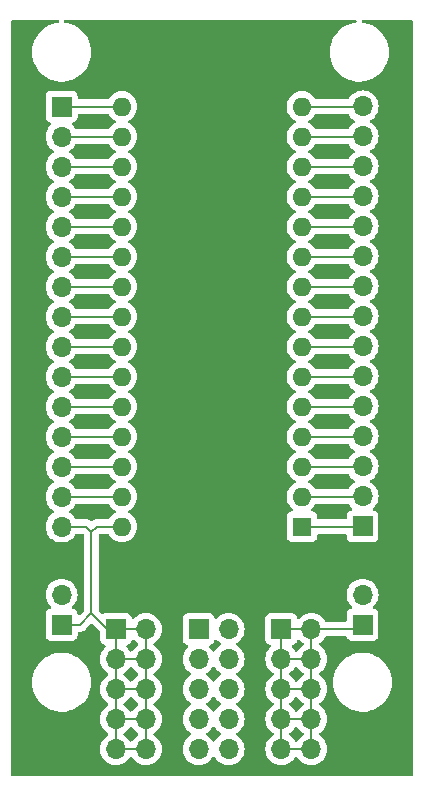
<source format=gbr>
%TF.GenerationSoftware,KiCad,Pcbnew,8.0.5*%
%TF.CreationDate,2024-12-11T17:13:52+10:00*%
%TF.ProjectId,arduino,61726475-696e-46f2-9e6b-696361645f70,rev?*%
%TF.SameCoordinates,Original*%
%TF.FileFunction,Copper,L1,Top*%
%TF.FilePolarity,Positive*%
%FSLAX46Y46*%
G04 Gerber Fmt 4.6, Leading zero omitted, Abs format (unit mm)*
G04 Created by KiCad (PCBNEW 8.0.5) date 2024-12-11 17:13:52*
%MOMM*%
%LPD*%
G01*
G04 APERTURE LIST*
%TA.AperFunction,ComponentPad*%
%ADD10R,1.700000X1.700000*%
%TD*%
%TA.AperFunction,ComponentPad*%
%ADD11O,1.700000X1.700000*%
%TD*%
%TA.AperFunction,ComponentPad*%
%ADD12R,1.600000X1.600000*%
%TD*%
%TA.AperFunction,ComponentPad*%
%ADD13O,1.600000X1.600000*%
%TD*%
%TA.AperFunction,Conductor*%
%ADD14C,0.200000*%
%TD*%
%ADD15C,0.350000*%
G04 APERTURE END LIST*
D10*
%TO.P,3.3Vbar1,1,Pin_1*%
%TO.N,+3.3V*%
X152500000Y-117980000D03*
D11*
%TO.P,3.3Vbar1,2,Pin_2*%
X155040000Y-117980000D03*
%TO.P,3.3Vbar1,3,Pin_3*%
X152500000Y-120520000D03*
%TO.P,3.3Vbar1,4,Pin_4*%
X155040000Y-120520000D03*
%TO.P,3.3Vbar1,5,Pin_5*%
X152500000Y-123060000D03*
%TO.P,3.3Vbar1,6,Pin_6*%
X155040000Y-123060000D03*
%TO.P,3.3Vbar1,7,Pin_7*%
X152500000Y-125600000D03*
%TO.P,3.3Vbar1,8,Pin_8*%
X155040000Y-125600000D03*
%TO.P,3.3Vbar1,9,Pin_9*%
X152500000Y-128140000D03*
%TO.P,3.3Vbar1,10,Pin_10*%
X155040000Y-128140000D03*
%TD*%
D10*
%TO.P,5Vbar1,1,Pin_1*%
%TO.N,+5V*%
X138500000Y-117980000D03*
D11*
%TO.P,5Vbar1,2,Pin_2*%
X141040000Y-117980000D03*
%TO.P,5Vbar1,3,Pin_3*%
X138500000Y-120520000D03*
%TO.P,5Vbar1,4,Pin_4*%
X141040000Y-120520000D03*
%TO.P,5Vbar1,5,Pin_5*%
X138500000Y-123060000D03*
%TO.P,5Vbar1,6,Pin_6*%
X141040000Y-123060000D03*
%TO.P,5Vbar1,7,Pin_7*%
X138500000Y-125600000D03*
%TO.P,5Vbar1,8,Pin_8*%
X141040000Y-125600000D03*
%TO.P,5Vbar1,9,Pin_9*%
X138500000Y-128140000D03*
%TO.P,5Vbar1,10,Pin_10*%
X141040000Y-128140000D03*
%TD*%
D10*
%TO.P,Expansion1,1,Pin_1*%
%TO.N,D1*%
X159380000Y-109290000D03*
D11*
%TO.P,Expansion1,2,Pin_2*%
%TO.N,D0*%
X159380000Y-106750000D03*
%TO.P,Expansion1,3,Pin_3*%
%TO.N,RST*%
X159380000Y-104210000D03*
%TO.P,Expansion1,4,Pin_4*%
%TO.N,GND*%
X159380000Y-101670000D03*
%TO.P,Expansion1,5,Pin_5*%
%TO.N,D2*%
X159380000Y-99130000D03*
%TO.P,Expansion1,6,Pin_6*%
%TO.N,D3*%
X159380000Y-96590000D03*
%TO.P,Expansion1,7,Pin_7*%
%TO.N,D4*%
X159380000Y-94050000D03*
%TO.P,Expansion1,8,Pin_8*%
%TO.N,D5*%
X159380000Y-91510000D03*
%TO.P,Expansion1,9,Pin_9*%
%TO.N,D6*%
X159380000Y-88970000D03*
%TO.P,Expansion1,10,Pin_10*%
%TO.N,D7*%
X159380000Y-86430000D03*
%TO.P,Expansion1,11,Pin_11*%
%TO.N,D8*%
X159380000Y-83890000D03*
%TO.P,Expansion1,12,Pin_12*%
%TO.N,D9*%
X159380000Y-81350000D03*
%TO.P,Expansion1,13,Pin_13*%
%TO.N,D10*%
X159380000Y-78810000D03*
%TO.P,Expansion1,14,Pin_14*%
%TO.N,D11*%
X159380000Y-76270000D03*
%TO.P,Expansion1,15,Pin_15*%
%TO.N,D12*%
X159380000Y-73730000D03*
%TD*%
D10*
%TO.P,5Vin1,1,Pin_1*%
%TO.N,+5V*%
X133900000Y-117615000D03*
D11*
%TO.P,5Vin1,2,Pin_2*%
%TO.N,GND*%
X133900000Y-115075000D03*
%TD*%
D10*
%TO.P,powerIN2,1,Pin_1*%
%TO.N,+3.3V*%
X159380000Y-117615000D03*
D11*
%TO.P,powerIN2,2,Pin_2*%
%TO.N,GND*%
X159380000Y-115075000D03*
%TD*%
D10*
%TO.P,GNDBar1,1,Pin_1*%
%TO.N,GND*%
X145500000Y-117980000D03*
D11*
%TO.P,GNDBar1,2,Pin_2*%
X148040000Y-117980000D03*
%TO.P,GNDBar1,3,Pin_3*%
X145500000Y-120520000D03*
%TO.P,GNDBar1,4,Pin_4*%
X148040000Y-120520000D03*
%TO.P,GNDBar1,5,Pin_5*%
X145500000Y-123060000D03*
%TO.P,GNDBar1,6,Pin_6*%
X148040000Y-123060000D03*
%TO.P,GNDBar1,7,Pin_7*%
X145500000Y-125600000D03*
%TO.P,GNDBar1,8,Pin_8*%
X148040000Y-125600000D03*
%TO.P,GNDBar1,9,Pin_9*%
X145500000Y-128140000D03*
%TO.P,GNDBar1,10,Pin_10*%
X148040000Y-128140000D03*
%TD*%
D10*
%TO.P,Expansion2,1,Pin_1*%
%TO.N,D13*%
X133900000Y-73740000D03*
D11*
%TO.P,Expansion2,2,Pin_2*%
%TO.N,nano3.3V*%
X133900000Y-76280000D03*
%TO.P,Expansion2,3,Pin_3*%
%TO.N,AREF*%
X133900000Y-78820000D03*
%TO.P,Expansion2,4,Pin_4*%
%TO.N,A0*%
X133900000Y-81360000D03*
%TO.P,Expansion2,5,Pin_5*%
%TO.N,A1*%
X133900000Y-83900000D03*
%TO.P,Expansion2,6,Pin_6*%
%TO.N,A2*%
X133900000Y-86440000D03*
%TO.P,Expansion2,7,Pin_7*%
%TO.N,A3*%
X133900000Y-88980000D03*
%TO.P,Expansion2,8,Pin_8*%
%TO.N,A4*%
X133900000Y-91520000D03*
%TO.P,Expansion2,9,Pin_9*%
%TO.N,A5*%
X133900000Y-94060000D03*
%TO.P,Expansion2,10,Pin_10*%
%TO.N,A6*%
X133900000Y-96600000D03*
%TO.P,Expansion2,11,Pin_11*%
%TO.N,A7*%
X133900000Y-99140000D03*
%TO.P,Expansion2,12,Pin_12*%
%TO.N,nano5V*%
X133900000Y-101680000D03*
%TO.P,Expansion2,13,Pin_13*%
%TO.N,RST*%
X133900000Y-104220000D03*
%TO.P,Expansion2,14,Pin_14*%
%TO.N,GND*%
X133900000Y-106760000D03*
%TO.P,Expansion2,15,Pin_15*%
%TO.N,+5V*%
X133900000Y-109300000D03*
%TD*%
D12*
%TO.P,ArduinoNano1,1,D1/TX*%
%TO.N,D1*%
X154250000Y-109300000D03*
D13*
%TO.P,ArduinoNano1,2,D0/RX*%
%TO.N,D0*%
X154250000Y-106760000D03*
%TO.P,ArduinoNano1,3,~{RESET}*%
%TO.N,RST*%
X154250000Y-104220000D03*
%TO.P,ArduinoNano1,4,GND*%
%TO.N,GND*%
X154250000Y-101680000D03*
%TO.P,ArduinoNano1,5,D2*%
%TO.N,D2*%
X154250000Y-99140000D03*
%TO.P,ArduinoNano1,6,D3*%
%TO.N,D3*%
X154250000Y-96600000D03*
%TO.P,ArduinoNano1,7,D4*%
%TO.N,D4*%
X154250000Y-94060000D03*
%TO.P,ArduinoNano1,8,D5*%
%TO.N,D5*%
X154250000Y-91520000D03*
%TO.P,ArduinoNano1,9,D6*%
%TO.N,D6*%
X154250000Y-88980000D03*
%TO.P,ArduinoNano1,10,D7*%
%TO.N,D7*%
X154250000Y-86440000D03*
%TO.P,ArduinoNano1,11,D8*%
%TO.N,D8*%
X154250000Y-83900000D03*
%TO.P,ArduinoNano1,12,D9*%
%TO.N,D9*%
X154250000Y-81360000D03*
%TO.P,ArduinoNano1,13,D10*%
%TO.N,D10*%
X154250000Y-78820000D03*
%TO.P,ArduinoNano1,14,D11*%
%TO.N,D11*%
X154250000Y-76280000D03*
%TO.P,ArduinoNano1,15,D12*%
%TO.N,D12*%
X154250000Y-73740000D03*
%TO.P,ArduinoNano1,16,D13*%
%TO.N,D13*%
X139010000Y-73740000D03*
%TO.P,ArduinoNano1,17,3V3*%
%TO.N,nano3.3V*%
X139010000Y-76280000D03*
%TO.P,ArduinoNano1,18,AREF*%
%TO.N,AREF*%
X139010000Y-78820000D03*
%TO.P,ArduinoNano1,19,A0*%
%TO.N,A0*%
X139010000Y-81360000D03*
%TO.P,ArduinoNano1,20,A1*%
%TO.N,A1*%
X139010000Y-83900000D03*
%TO.P,ArduinoNano1,21,A2*%
%TO.N,A2*%
X139010000Y-86440000D03*
%TO.P,ArduinoNano1,22,A3*%
%TO.N,A3*%
X139010000Y-88980000D03*
%TO.P,ArduinoNano1,23,A4*%
%TO.N,A4*%
X139010000Y-91520000D03*
%TO.P,ArduinoNano1,24,A5*%
%TO.N,A5*%
X139010000Y-94060000D03*
%TO.P,ArduinoNano1,25,A6*%
%TO.N,A6*%
X139010000Y-96600000D03*
%TO.P,ArduinoNano1,26,A7*%
%TO.N,A7*%
X139010000Y-99140000D03*
%TO.P,ArduinoNano1,27,+5V*%
%TO.N,nano5V*%
X139010000Y-101680000D03*
%TO.P,ArduinoNano1,28,~{RESET}*%
%TO.N,RST*%
X139010000Y-104220000D03*
%TO.P,ArduinoNano1,29,GND*%
%TO.N,GND*%
X139010000Y-106760000D03*
%TO.P,ArduinoNano1,30,VIN*%
%TO.N,+5V*%
X139010000Y-109300000D03*
%TD*%
D14*
%TO.N,GND*%
X133900000Y-106760000D02*
X139010000Y-106760000D01*
X138950000Y-106700000D02*
X139010000Y-106760000D01*
X159100000Y-101680000D02*
X154250000Y-101680000D01*
%TO.N,+5V*%
X136880000Y-109300000D02*
X139010000Y-109300000D01*
X138950000Y-109240000D02*
X139010000Y-109300000D01*
X136430000Y-109750000D02*
X135980000Y-109300000D01*
X138500000Y-117980000D02*
X138500000Y-128140000D01*
X138500000Y-123060000D02*
X141040000Y-123060000D01*
X141040000Y-125600000D02*
X138500000Y-125600000D01*
X133900000Y-109300000D02*
X135980000Y-109300000D01*
X136430000Y-109750000D02*
X136880000Y-109300000D01*
X141040000Y-117980000D02*
X138500000Y-117980000D01*
X138500000Y-128140000D02*
X141040000Y-128140000D01*
X136430000Y-116658750D02*
X135473750Y-117615000D01*
X137751250Y-117980000D02*
X136430000Y-116658750D01*
X141040000Y-117980000D02*
X141040000Y-128140000D01*
X135473750Y-117615000D02*
X133900000Y-117615000D01*
X136430000Y-110190000D02*
X136430000Y-109750000D01*
X136430000Y-110190000D02*
X136430000Y-116658750D01*
X141040000Y-120520000D02*
X138500000Y-120520000D01*
X138500000Y-117980000D02*
X137751250Y-117980000D01*
%TO.N,D9*%
X159100000Y-81360000D02*
X154250000Y-81360000D01*
%TO.N,D0*%
X159100000Y-106760000D02*
X154250000Y-106760000D01*
%TO.N,D8*%
X154250000Y-83900000D02*
X159100000Y-83900000D01*
%TO.N,D4*%
X154250000Y-94060000D02*
X159100000Y-94060000D01*
%TO.N,D12*%
X154250000Y-73740000D02*
X159100000Y-73740000D01*
%TO.N,D11*%
X159100000Y-76280000D02*
X154250000Y-76280000D01*
%TO.N,D10*%
X154250000Y-78820000D02*
X159100000Y-78820000D01*
%TO.N,D5*%
X159100000Y-91520000D02*
X154250000Y-91520000D01*
%TO.N,D1*%
X154250000Y-109300000D02*
X159100000Y-109300000D01*
%TO.N,D2*%
X154250000Y-99140000D02*
X159100000Y-99140000D01*
%TO.N,D6*%
X154250000Y-88980000D02*
X159100000Y-88980000D01*
%TO.N,D13*%
X138950000Y-73680000D02*
X139010000Y-73740000D01*
X133900000Y-73740000D02*
X139010000Y-73740000D01*
%TO.N,D7*%
X159100000Y-86440000D02*
X154250000Y-86440000D01*
%TO.N,D3*%
X159100000Y-96600000D02*
X154250000Y-96600000D01*
%TO.N,RST*%
X138950000Y-104160000D02*
X139010000Y-104220000D01*
X133900000Y-104220000D02*
X139010000Y-104220000D01*
X154250000Y-104220000D02*
X159100000Y-104220000D01*
%TO.N,A4*%
X138950000Y-91460000D02*
X139010000Y-91520000D01*
X133900000Y-91520000D02*
X139010000Y-91520000D01*
%TO.N,A7*%
X138950000Y-99080000D02*
X139010000Y-99140000D01*
X133900000Y-99140000D02*
X139010000Y-99140000D01*
%TO.N,A6*%
X133900000Y-96600000D02*
X139010000Y-96600000D01*
X138950000Y-96540000D02*
X139010000Y-96600000D01*
%TO.N,nano5V*%
X139010000Y-101680000D02*
X133900000Y-101680000D01*
X138950000Y-101620000D02*
X139010000Y-101680000D01*
%TO.N,A2*%
X133900000Y-86440000D02*
X139010000Y-86440000D01*
%TO.N,nano3.3V*%
X133900000Y-76280000D02*
X139010000Y-76280000D01*
%TO.N,AREF*%
X138950000Y-78760000D02*
X139010000Y-78820000D01*
X133900000Y-78820000D02*
X139010000Y-78820000D01*
%TO.N,A3*%
X133900000Y-88980000D02*
X139010000Y-88980000D01*
%TO.N,A0*%
X133900000Y-81360000D02*
X139010000Y-81360000D01*
%TO.N,A1*%
X138950000Y-83840000D02*
X139010000Y-83900000D01*
X133900000Y-83900000D02*
X139010000Y-83900000D01*
%TO.N,A5*%
X133900000Y-94060000D02*
X139010000Y-94060000D01*
%TO.N,+3.3V*%
X152500000Y-117980000D02*
X155040000Y-117980000D01*
X152500000Y-120520000D02*
X155040000Y-120520000D01*
X155040000Y-128140000D02*
X152500000Y-128140000D01*
X158735000Y-117980000D02*
X159100000Y-117615000D01*
X152500000Y-125600000D02*
X155040000Y-125600000D01*
X155040000Y-117980000D02*
X158735000Y-117980000D01*
X152500000Y-117980000D02*
X152500000Y-128140000D01*
X155040000Y-117980000D02*
X155040000Y-128140000D01*
X155040000Y-123060000D02*
X152500000Y-123060000D01*
%TD*%
%TA.AperFunction,NonConductor*%
G36*
X133638851Y-66431785D02*
G01*
X133684606Y-66484589D01*
X133694550Y-66553747D01*
X133665525Y-66617303D01*
X133606747Y-66655077D01*
X133587353Y-66659122D01*
X133430536Y-66678932D01*
X133430523Y-66678934D01*
X133125774Y-66757180D01*
X133125771Y-66757181D01*
X132833242Y-66873001D01*
X132833241Y-66873002D01*
X132557516Y-67024584D01*
X132557504Y-67024591D01*
X132302978Y-67209515D01*
X132302968Y-67209523D01*
X132073608Y-67424907D01*
X132073606Y-67424909D01*
X131873054Y-67667334D01*
X131873051Y-67667338D01*
X131704464Y-67932990D01*
X131704461Y-67932996D01*
X131570499Y-68217678D01*
X131570497Y-68217683D01*
X131473270Y-68516916D01*
X131414311Y-68825988D01*
X131414310Y-68825995D01*
X131394556Y-69139994D01*
X131394556Y-69140005D01*
X131414310Y-69454004D01*
X131414311Y-69454011D01*
X131473270Y-69763083D01*
X131570497Y-70062316D01*
X131570499Y-70062321D01*
X131704461Y-70347003D01*
X131704464Y-70347009D01*
X131873051Y-70612661D01*
X131873054Y-70612665D01*
X132073606Y-70855090D01*
X132073608Y-70855092D01*
X132302968Y-71070476D01*
X132302978Y-71070484D01*
X132557504Y-71255408D01*
X132557509Y-71255410D01*
X132557516Y-71255416D01*
X132833234Y-71406994D01*
X132833239Y-71406996D01*
X132833241Y-71406997D01*
X132833242Y-71406998D01*
X133125771Y-71522818D01*
X133125774Y-71522819D01*
X133430523Y-71601065D01*
X133430527Y-71601066D01*
X133496010Y-71609338D01*
X133742670Y-71640499D01*
X133742679Y-71640499D01*
X133742682Y-71640500D01*
X133742684Y-71640500D01*
X134057316Y-71640500D01*
X134057318Y-71640500D01*
X134057321Y-71640499D01*
X134057329Y-71640499D01*
X134243593Y-71616968D01*
X134369473Y-71601066D01*
X134674225Y-71522819D01*
X134674228Y-71522818D01*
X134966757Y-71406998D01*
X134966758Y-71406997D01*
X134966756Y-71406997D01*
X134966766Y-71406994D01*
X135242484Y-71255416D01*
X135497030Y-71070478D01*
X135726390Y-70855094D01*
X135926947Y-70612663D01*
X136095537Y-70347007D01*
X136229503Y-70062315D01*
X136326731Y-69763079D01*
X136385688Y-69454015D01*
X136405444Y-69140000D01*
X136389916Y-68893190D01*
X136385689Y-68825995D01*
X136385688Y-68825988D01*
X136385688Y-68825985D01*
X136326731Y-68516921D01*
X136229503Y-68217685D01*
X136095537Y-67932993D01*
X135926947Y-67667337D01*
X135908983Y-67645622D01*
X135726393Y-67424909D01*
X135726391Y-67424907D01*
X135497031Y-67209523D01*
X135497021Y-67209515D01*
X135242495Y-67024591D01*
X135242488Y-67024586D01*
X135242484Y-67024584D01*
X134966766Y-66873006D01*
X134966763Y-66873004D01*
X134966758Y-66873002D01*
X134966757Y-66873001D01*
X134674228Y-66757181D01*
X134674225Y-66757180D01*
X134369476Y-66678934D01*
X134369463Y-66678932D01*
X134212647Y-66659122D01*
X134148603Y-66631191D01*
X134109827Y-66573068D01*
X134108630Y-66503209D01*
X134145391Y-66443792D01*
X134208440Y-66413683D01*
X134228188Y-66412100D01*
X158771812Y-66412100D01*
X158838851Y-66431785D01*
X158884606Y-66484589D01*
X158894550Y-66553747D01*
X158865525Y-66617303D01*
X158806747Y-66655077D01*
X158787353Y-66659122D01*
X158630536Y-66678932D01*
X158630523Y-66678934D01*
X158325774Y-66757180D01*
X158325771Y-66757181D01*
X158033242Y-66873001D01*
X158033241Y-66873002D01*
X157757516Y-67024584D01*
X157757504Y-67024591D01*
X157502978Y-67209515D01*
X157502968Y-67209523D01*
X157273608Y-67424907D01*
X157273606Y-67424909D01*
X157073054Y-67667334D01*
X157073051Y-67667338D01*
X156904464Y-67932990D01*
X156904461Y-67932996D01*
X156770499Y-68217678D01*
X156770497Y-68217683D01*
X156673270Y-68516916D01*
X156614311Y-68825988D01*
X156614310Y-68825995D01*
X156594556Y-69139994D01*
X156594556Y-69140005D01*
X156614310Y-69454004D01*
X156614311Y-69454011D01*
X156673270Y-69763083D01*
X156770497Y-70062316D01*
X156770499Y-70062321D01*
X156904461Y-70347003D01*
X156904464Y-70347009D01*
X157073051Y-70612661D01*
X157073054Y-70612665D01*
X157273606Y-70855090D01*
X157273608Y-70855092D01*
X157502968Y-71070476D01*
X157502978Y-71070484D01*
X157757504Y-71255408D01*
X157757509Y-71255410D01*
X157757516Y-71255416D01*
X158033234Y-71406994D01*
X158033239Y-71406996D01*
X158033241Y-71406997D01*
X158033242Y-71406998D01*
X158325771Y-71522818D01*
X158325774Y-71522819D01*
X158630523Y-71601065D01*
X158630527Y-71601066D01*
X158696010Y-71609338D01*
X158942670Y-71640499D01*
X158942679Y-71640499D01*
X158942682Y-71640500D01*
X158942684Y-71640500D01*
X159257316Y-71640500D01*
X159257318Y-71640500D01*
X159257321Y-71640499D01*
X159257329Y-71640499D01*
X159443593Y-71616968D01*
X159569473Y-71601066D01*
X159874225Y-71522819D01*
X159874228Y-71522818D01*
X160166757Y-71406998D01*
X160166758Y-71406997D01*
X160166756Y-71406997D01*
X160166766Y-71406994D01*
X160442484Y-71255416D01*
X160697030Y-71070478D01*
X160926390Y-70855094D01*
X161126947Y-70612663D01*
X161295537Y-70347007D01*
X161429503Y-70062315D01*
X161526731Y-69763079D01*
X161585688Y-69454015D01*
X161605444Y-69140000D01*
X161589916Y-68893190D01*
X161585689Y-68825995D01*
X161585688Y-68825988D01*
X161585688Y-68825985D01*
X161526731Y-68516921D01*
X161429503Y-68217685D01*
X161295537Y-67932993D01*
X161126947Y-67667337D01*
X161108983Y-67645622D01*
X160926393Y-67424909D01*
X160926391Y-67424907D01*
X160697031Y-67209523D01*
X160697021Y-67209515D01*
X160442495Y-67024591D01*
X160442488Y-67024586D01*
X160442484Y-67024584D01*
X160166766Y-66873006D01*
X160166763Y-66873004D01*
X160166758Y-66873002D01*
X160166757Y-66873001D01*
X159874228Y-66757181D01*
X159874225Y-66757180D01*
X159569476Y-66678934D01*
X159569463Y-66678932D01*
X159412647Y-66659122D01*
X159348603Y-66631191D01*
X159309827Y-66573068D01*
X159308630Y-66503209D01*
X159345391Y-66443792D01*
X159408440Y-66413683D01*
X159428188Y-66412100D01*
X163515500Y-66412100D01*
X163582539Y-66431785D01*
X163628294Y-66484589D01*
X163639500Y-66536100D01*
X163639500Y-130287100D01*
X163619815Y-130354139D01*
X163567011Y-130399894D01*
X163515500Y-130411100D01*
X129764500Y-130411100D01*
X129697461Y-130391415D01*
X129651706Y-130338611D01*
X129640500Y-130287100D01*
X129640500Y-122489994D01*
X131394556Y-122489994D01*
X131394556Y-122490005D01*
X131414310Y-122804004D01*
X131414311Y-122804011D01*
X131414312Y-122804015D01*
X131463143Y-123059999D01*
X131473270Y-123113083D01*
X131570497Y-123412316D01*
X131570499Y-123412321D01*
X131704461Y-123697003D01*
X131704464Y-123697009D01*
X131873051Y-123962661D01*
X131873054Y-123962665D01*
X132073606Y-124205090D01*
X132073608Y-124205092D01*
X132302968Y-124420476D01*
X132302978Y-124420484D01*
X132557504Y-124605408D01*
X132557509Y-124605410D01*
X132557516Y-124605416D01*
X132833234Y-124756994D01*
X132833239Y-124756996D01*
X132833241Y-124756997D01*
X132833242Y-124756998D01*
X133125771Y-124872818D01*
X133125774Y-124872819D01*
X133430523Y-124951065D01*
X133430527Y-124951066D01*
X133483698Y-124957783D01*
X133742670Y-124990499D01*
X133742679Y-124990499D01*
X133742682Y-124990500D01*
X133742684Y-124990500D01*
X134057316Y-124990500D01*
X134057318Y-124990500D01*
X134057321Y-124990499D01*
X134057329Y-124990499D01*
X134259355Y-124964977D01*
X134369473Y-124951066D01*
X134674225Y-124872819D01*
X134674228Y-124872818D01*
X134966757Y-124756998D01*
X134966758Y-124756997D01*
X134966756Y-124756997D01*
X134966766Y-124756994D01*
X135242484Y-124605416D01*
X135497030Y-124420478D01*
X135726390Y-124205094D01*
X135926947Y-123962663D01*
X136095537Y-123697007D01*
X136229503Y-123412315D01*
X136326731Y-123113079D01*
X136385688Y-122804015D01*
X136389916Y-122736810D01*
X136405444Y-122490005D01*
X136405444Y-122489994D01*
X136385689Y-122175995D01*
X136385688Y-122175988D01*
X136385688Y-122175985D01*
X136326731Y-121866921D01*
X136229503Y-121567685D01*
X136095537Y-121282993D01*
X136034330Y-121186546D01*
X135926948Y-121017338D01*
X135926945Y-121017334D01*
X135726393Y-120774909D01*
X135726391Y-120774907D01*
X135497031Y-120559523D01*
X135497021Y-120559515D01*
X135242495Y-120374591D01*
X135242488Y-120374586D01*
X135242484Y-120374584D01*
X134966766Y-120223006D01*
X134966763Y-120223004D01*
X134966758Y-120223002D01*
X134966757Y-120223001D01*
X134674228Y-120107181D01*
X134674225Y-120107180D01*
X134369476Y-120028934D01*
X134369463Y-120028932D01*
X134057329Y-119989500D01*
X134057318Y-119989500D01*
X133742682Y-119989500D01*
X133742670Y-119989500D01*
X133430536Y-120028932D01*
X133430523Y-120028934D01*
X133125774Y-120107180D01*
X133125771Y-120107181D01*
X132833242Y-120223001D01*
X132833241Y-120223002D01*
X132557516Y-120374584D01*
X132557504Y-120374591D01*
X132302978Y-120559515D01*
X132302968Y-120559523D01*
X132073608Y-120774907D01*
X132073606Y-120774909D01*
X131873054Y-121017334D01*
X131873051Y-121017338D01*
X131704464Y-121282990D01*
X131704461Y-121282996D01*
X131570499Y-121567678D01*
X131570497Y-121567683D01*
X131473270Y-121866916D01*
X131414311Y-122175988D01*
X131414310Y-122175995D01*
X131394556Y-122489994D01*
X129640500Y-122489994D01*
X129640500Y-76279999D01*
X132544341Y-76279999D01*
X132544341Y-76280000D01*
X132564936Y-76515403D01*
X132564938Y-76515413D01*
X132626094Y-76743655D01*
X132626096Y-76743659D01*
X132626097Y-76743663D01*
X132694220Y-76889752D01*
X132725965Y-76957830D01*
X132725967Y-76957834D01*
X132861501Y-77151395D01*
X132861506Y-77151402D01*
X133028597Y-77318493D01*
X133028603Y-77318498D01*
X133214158Y-77448425D01*
X133257783Y-77503002D01*
X133264977Y-77572500D01*
X133233454Y-77634855D01*
X133214158Y-77651575D01*
X133028597Y-77781505D01*
X132861505Y-77948597D01*
X132725965Y-78142169D01*
X132725964Y-78142171D01*
X132626098Y-78356335D01*
X132626094Y-78356344D01*
X132564938Y-78584586D01*
X132564936Y-78584596D01*
X132544341Y-78819999D01*
X132544341Y-78820000D01*
X132564936Y-79055403D01*
X132564938Y-79055413D01*
X132626094Y-79283655D01*
X132626096Y-79283659D01*
X132626097Y-79283663D01*
X132694220Y-79429752D01*
X132725965Y-79497830D01*
X132725967Y-79497834D01*
X132861501Y-79691395D01*
X132861506Y-79691402D01*
X133028597Y-79858493D01*
X133028603Y-79858498D01*
X133214158Y-79988425D01*
X133257783Y-80043002D01*
X133264977Y-80112500D01*
X133233454Y-80174855D01*
X133214158Y-80191575D01*
X133028597Y-80321505D01*
X132861505Y-80488597D01*
X132725965Y-80682169D01*
X132725964Y-80682171D01*
X132626098Y-80896335D01*
X132626094Y-80896344D01*
X132564938Y-81124586D01*
X132564936Y-81124596D01*
X132544341Y-81359999D01*
X132544341Y-81360000D01*
X132564936Y-81595403D01*
X132564938Y-81595413D01*
X132626094Y-81823655D01*
X132626096Y-81823659D01*
X132626097Y-81823663D01*
X132694220Y-81969752D01*
X132725965Y-82037830D01*
X132725967Y-82037834D01*
X132861501Y-82231395D01*
X132861506Y-82231402D01*
X133028597Y-82398493D01*
X133028603Y-82398498D01*
X133214158Y-82528425D01*
X133257783Y-82583002D01*
X133264977Y-82652500D01*
X133233454Y-82714855D01*
X133214158Y-82731575D01*
X133028597Y-82861505D01*
X132861505Y-83028597D01*
X132725965Y-83222169D01*
X132725964Y-83222171D01*
X132626098Y-83436335D01*
X132626094Y-83436344D01*
X132564938Y-83664586D01*
X132564936Y-83664596D01*
X132544341Y-83899999D01*
X132544341Y-83900000D01*
X132564936Y-84135403D01*
X132564938Y-84135413D01*
X132626094Y-84363655D01*
X132626096Y-84363659D01*
X132626097Y-84363663D01*
X132694220Y-84509752D01*
X132725965Y-84577830D01*
X132725967Y-84577834D01*
X132861501Y-84771395D01*
X132861506Y-84771402D01*
X133028597Y-84938493D01*
X133028603Y-84938498D01*
X133214158Y-85068425D01*
X133257783Y-85123002D01*
X133264977Y-85192500D01*
X133233454Y-85254855D01*
X133214158Y-85271575D01*
X133028597Y-85401505D01*
X132861505Y-85568597D01*
X132725965Y-85762169D01*
X132725964Y-85762171D01*
X132626098Y-85976335D01*
X132626094Y-85976344D01*
X132564938Y-86204586D01*
X132564936Y-86204596D01*
X132544341Y-86439999D01*
X132544341Y-86440000D01*
X132564936Y-86675403D01*
X132564938Y-86675413D01*
X132626094Y-86903655D01*
X132626096Y-86903659D01*
X132626097Y-86903663D01*
X132694220Y-87049752D01*
X132725965Y-87117830D01*
X132725967Y-87117834D01*
X132861501Y-87311395D01*
X132861506Y-87311402D01*
X133028597Y-87478493D01*
X133028603Y-87478498D01*
X133214158Y-87608425D01*
X133257783Y-87663002D01*
X133264977Y-87732500D01*
X133233454Y-87794855D01*
X133214158Y-87811575D01*
X133028597Y-87941505D01*
X132861505Y-88108597D01*
X132725965Y-88302169D01*
X132725964Y-88302171D01*
X132626098Y-88516335D01*
X132626094Y-88516344D01*
X132564938Y-88744586D01*
X132564936Y-88744596D01*
X132544341Y-88979999D01*
X132544341Y-88980000D01*
X132564936Y-89215403D01*
X132564938Y-89215413D01*
X132626094Y-89443655D01*
X132626096Y-89443659D01*
X132626097Y-89443663D01*
X132694220Y-89589752D01*
X132725965Y-89657830D01*
X132725967Y-89657834D01*
X132861501Y-89851395D01*
X132861506Y-89851402D01*
X133028597Y-90018493D01*
X133028603Y-90018498D01*
X133214158Y-90148425D01*
X133257783Y-90203002D01*
X133264977Y-90272500D01*
X133233454Y-90334855D01*
X133214158Y-90351575D01*
X133028597Y-90481505D01*
X132861505Y-90648597D01*
X132725965Y-90842169D01*
X132725964Y-90842171D01*
X132626098Y-91056335D01*
X132626094Y-91056344D01*
X132564938Y-91284586D01*
X132564936Y-91284596D01*
X132544341Y-91519999D01*
X132544341Y-91520000D01*
X132564936Y-91755403D01*
X132564938Y-91755413D01*
X132626094Y-91983655D01*
X132626096Y-91983659D01*
X132626097Y-91983663D01*
X132694220Y-92129752D01*
X132725965Y-92197830D01*
X132725967Y-92197834D01*
X132861501Y-92391395D01*
X132861506Y-92391402D01*
X133028597Y-92558493D01*
X133028603Y-92558498D01*
X133214158Y-92688425D01*
X133257783Y-92743002D01*
X133264977Y-92812500D01*
X133233454Y-92874855D01*
X133214158Y-92891575D01*
X133028597Y-93021505D01*
X132861505Y-93188597D01*
X132725965Y-93382169D01*
X132725964Y-93382171D01*
X132626098Y-93596335D01*
X132626094Y-93596344D01*
X132564938Y-93824586D01*
X132564936Y-93824596D01*
X132544341Y-94059999D01*
X132544341Y-94060000D01*
X132564936Y-94295403D01*
X132564938Y-94295413D01*
X132626094Y-94523655D01*
X132626096Y-94523659D01*
X132626097Y-94523663D01*
X132694220Y-94669752D01*
X132725965Y-94737830D01*
X132725967Y-94737834D01*
X132861501Y-94931395D01*
X132861506Y-94931402D01*
X133028597Y-95098493D01*
X133028603Y-95098498D01*
X133214158Y-95228425D01*
X133257783Y-95283002D01*
X133264977Y-95352500D01*
X133233454Y-95414855D01*
X133214158Y-95431575D01*
X133028597Y-95561505D01*
X132861505Y-95728597D01*
X132725965Y-95922169D01*
X132725964Y-95922171D01*
X132626098Y-96136335D01*
X132626094Y-96136344D01*
X132564938Y-96364586D01*
X132564936Y-96364596D01*
X132544341Y-96599999D01*
X132544341Y-96600000D01*
X132564936Y-96835403D01*
X132564938Y-96835413D01*
X132626094Y-97063655D01*
X132626096Y-97063659D01*
X132626097Y-97063663D01*
X132694220Y-97209752D01*
X132725965Y-97277830D01*
X132725967Y-97277834D01*
X132861501Y-97471395D01*
X132861506Y-97471402D01*
X133028597Y-97638493D01*
X133028603Y-97638498D01*
X133214158Y-97768425D01*
X133257783Y-97823002D01*
X133264977Y-97892500D01*
X133233454Y-97954855D01*
X133214158Y-97971575D01*
X133028597Y-98101505D01*
X132861505Y-98268597D01*
X132725965Y-98462169D01*
X132725964Y-98462171D01*
X132626098Y-98676335D01*
X132626094Y-98676344D01*
X132564938Y-98904586D01*
X132564936Y-98904596D01*
X132544341Y-99139999D01*
X132544341Y-99140000D01*
X132564936Y-99375403D01*
X132564938Y-99375413D01*
X132626094Y-99603655D01*
X132626096Y-99603659D01*
X132626097Y-99603663D01*
X132694220Y-99749752D01*
X132725965Y-99817830D01*
X132725967Y-99817834D01*
X132861501Y-100011395D01*
X132861506Y-100011402D01*
X133028597Y-100178493D01*
X133028603Y-100178498D01*
X133214158Y-100308425D01*
X133257783Y-100363002D01*
X133264977Y-100432500D01*
X133233454Y-100494855D01*
X133214158Y-100511575D01*
X133028597Y-100641505D01*
X132861505Y-100808597D01*
X132725965Y-101002169D01*
X132725964Y-101002171D01*
X132626098Y-101216335D01*
X132626094Y-101216344D01*
X132564938Y-101444586D01*
X132564936Y-101444596D01*
X132544341Y-101679999D01*
X132544341Y-101680000D01*
X132564936Y-101915403D01*
X132564938Y-101915413D01*
X132626094Y-102143655D01*
X132626096Y-102143659D01*
X132626097Y-102143663D01*
X132694220Y-102289752D01*
X132725965Y-102357830D01*
X132725967Y-102357834D01*
X132861501Y-102551395D01*
X132861506Y-102551402D01*
X133028597Y-102718493D01*
X133028603Y-102718498D01*
X133214158Y-102848425D01*
X133257783Y-102903002D01*
X133264977Y-102972500D01*
X133233454Y-103034855D01*
X133214158Y-103051575D01*
X133028597Y-103181505D01*
X132861505Y-103348597D01*
X132725965Y-103542169D01*
X132725964Y-103542171D01*
X132626098Y-103756335D01*
X132626094Y-103756344D01*
X132564938Y-103984586D01*
X132564936Y-103984596D01*
X132544341Y-104219999D01*
X132544341Y-104220000D01*
X132564936Y-104455403D01*
X132564938Y-104455413D01*
X132626094Y-104683655D01*
X132626096Y-104683659D01*
X132626097Y-104683663D01*
X132694220Y-104829752D01*
X132725965Y-104897830D01*
X132725967Y-104897834D01*
X132861501Y-105091395D01*
X132861506Y-105091402D01*
X133028597Y-105258493D01*
X133028603Y-105258498D01*
X133214158Y-105388425D01*
X133257783Y-105443002D01*
X133264977Y-105512500D01*
X133233454Y-105574855D01*
X133214158Y-105591575D01*
X133028597Y-105721505D01*
X132861505Y-105888597D01*
X132725965Y-106082169D01*
X132725964Y-106082171D01*
X132626098Y-106296335D01*
X132626094Y-106296344D01*
X132564938Y-106524586D01*
X132564936Y-106524596D01*
X132544341Y-106759999D01*
X132544341Y-106760000D01*
X132564936Y-106995403D01*
X132564938Y-106995413D01*
X132626094Y-107223655D01*
X132626096Y-107223659D01*
X132626097Y-107223663D01*
X132694220Y-107369752D01*
X132725965Y-107437830D01*
X132725967Y-107437834D01*
X132834281Y-107592521D01*
X132854499Y-107621396D01*
X132861501Y-107631395D01*
X132861506Y-107631402D01*
X133028597Y-107798493D01*
X133028603Y-107798498D01*
X133214158Y-107928425D01*
X133257783Y-107983002D01*
X133264977Y-108052500D01*
X133233454Y-108114855D01*
X133214158Y-108131575D01*
X133028597Y-108261505D01*
X132861505Y-108428597D01*
X132725965Y-108622169D01*
X132725964Y-108622171D01*
X132626098Y-108836335D01*
X132626094Y-108836344D01*
X132564938Y-109064586D01*
X132564936Y-109064596D01*
X132544341Y-109299999D01*
X132544341Y-109300000D01*
X132564936Y-109535403D01*
X132564938Y-109535413D01*
X132626094Y-109763655D01*
X132626096Y-109763659D01*
X132626097Y-109763663D01*
X132691227Y-109903334D01*
X132725965Y-109977830D01*
X132725967Y-109977834D01*
X132776567Y-110050097D01*
X132861505Y-110171401D01*
X133028599Y-110338495D01*
X133091199Y-110382328D01*
X133222165Y-110474032D01*
X133222167Y-110474033D01*
X133222170Y-110474035D01*
X133436337Y-110573903D01*
X133436343Y-110573904D01*
X133436344Y-110573905D01*
X133473262Y-110583797D01*
X133664592Y-110635063D01*
X133852918Y-110651539D01*
X133899999Y-110655659D01*
X133900000Y-110655659D01*
X133900001Y-110655659D01*
X133939234Y-110652226D01*
X134135408Y-110635063D01*
X134363663Y-110573903D01*
X134577830Y-110474035D01*
X134771401Y-110338495D01*
X134938495Y-110171401D01*
X135074035Y-109977830D01*
X135076707Y-109972097D01*
X135122878Y-109919658D01*
X135189091Y-109900500D01*
X135679903Y-109900500D01*
X135746942Y-109920185D01*
X135767584Y-109936819D01*
X135793181Y-109962416D01*
X135826666Y-110023739D01*
X135829500Y-110050097D01*
X135829500Y-116358652D01*
X135809815Y-116425691D01*
X135793181Y-116446333D01*
X135460158Y-116779355D01*
X135398835Y-116812840D01*
X135329143Y-116807856D01*
X135273210Y-116765984D01*
X135249187Y-116704926D01*
X135247665Y-116690770D01*
X135244091Y-116657517D01*
X135244004Y-116657285D01*
X135193797Y-116522671D01*
X135193793Y-116522664D01*
X135107547Y-116407455D01*
X135107544Y-116407452D01*
X134992335Y-116321206D01*
X134992328Y-116321202D01*
X134860917Y-116272189D01*
X134804983Y-116230318D01*
X134780566Y-116164853D01*
X134795418Y-116096580D01*
X134816563Y-116068332D01*
X134938495Y-115946401D01*
X135074035Y-115752830D01*
X135173903Y-115538663D01*
X135235063Y-115310408D01*
X135255659Y-115075000D01*
X135235063Y-114839592D01*
X135173903Y-114611337D01*
X135074035Y-114397171D01*
X134938495Y-114203599D01*
X134938494Y-114203597D01*
X134771402Y-114036506D01*
X134771395Y-114036501D01*
X134577834Y-113900967D01*
X134577830Y-113900965D01*
X134577828Y-113900964D01*
X134363663Y-113801097D01*
X134363659Y-113801096D01*
X134363655Y-113801094D01*
X134135413Y-113739938D01*
X134135403Y-113739936D01*
X133900001Y-113719341D01*
X133899999Y-113719341D01*
X133664596Y-113739936D01*
X133664586Y-113739938D01*
X133436344Y-113801094D01*
X133436335Y-113801098D01*
X133222171Y-113900964D01*
X133222169Y-113900965D01*
X133028597Y-114036505D01*
X132861505Y-114203597D01*
X132725965Y-114397169D01*
X132725964Y-114397171D01*
X132626098Y-114611335D01*
X132626094Y-114611344D01*
X132564938Y-114839586D01*
X132564936Y-114839596D01*
X132544341Y-115074999D01*
X132544341Y-115075000D01*
X132564936Y-115310403D01*
X132564938Y-115310413D01*
X132626094Y-115538655D01*
X132626096Y-115538659D01*
X132626097Y-115538663D01*
X132725965Y-115752830D01*
X132725967Y-115752834D01*
X132834281Y-115907521D01*
X132861501Y-115946396D01*
X132861506Y-115946402D01*
X132983430Y-116068326D01*
X133016915Y-116129649D01*
X133011931Y-116199341D01*
X132970059Y-116255274D01*
X132939083Y-116272189D01*
X132807669Y-116321203D01*
X132807664Y-116321206D01*
X132692455Y-116407452D01*
X132692452Y-116407455D01*
X132606206Y-116522664D01*
X132606202Y-116522671D01*
X132555908Y-116657517D01*
X132549501Y-116717116D01*
X132549501Y-116717123D01*
X132549500Y-116717135D01*
X132549500Y-118512870D01*
X132549501Y-118512876D01*
X132555908Y-118572483D01*
X132606202Y-118707328D01*
X132606206Y-118707335D01*
X132692452Y-118822544D01*
X132692455Y-118822547D01*
X132807664Y-118908793D01*
X132807671Y-118908797D01*
X132942517Y-118959091D01*
X132942516Y-118959091D01*
X132949444Y-118959835D01*
X133002127Y-118965500D01*
X134797872Y-118965499D01*
X134857483Y-118959091D01*
X134992331Y-118908796D01*
X135107546Y-118822546D01*
X135193796Y-118707331D01*
X135244091Y-118572483D01*
X135250500Y-118512873D01*
X135250500Y-118339500D01*
X135270185Y-118272461D01*
X135322989Y-118226706D01*
X135374500Y-118215500D01*
X135387081Y-118215500D01*
X135387097Y-118215501D01*
X135394693Y-118215501D01*
X135552804Y-118215501D01*
X135552807Y-118215501D01*
X135705535Y-118174577D01*
X135755654Y-118145639D01*
X135842466Y-118095520D01*
X135954270Y-117983716D01*
X135954270Y-117983714D01*
X135964478Y-117973507D01*
X135964479Y-117973504D01*
X136342321Y-117595662D01*
X136403641Y-117562180D01*
X136473333Y-117567164D01*
X136517680Y-117595665D01*
X137113181Y-118191167D01*
X137146666Y-118252490D01*
X137149500Y-118278848D01*
X137149500Y-118877870D01*
X137149501Y-118877876D01*
X137155908Y-118937483D01*
X137206202Y-119072328D01*
X137206206Y-119072335D01*
X137292452Y-119187544D01*
X137292455Y-119187547D01*
X137407664Y-119273793D01*
X137407671Y-119273797D01*
X137539081Y-119322810D01*
X137595015Y-119364681D01*
X137619432Y-119430145D01*
X137604580Y-119498418D01*
X137583430Y-119526673D01*
X137461503Y-119648600D01*
X137325965Y-119842169D01*
X137325964Y-119842171D01*
X137226098Y-120056335D01*
X137226094Y-120056344D01*
X137164938Y-120284586D01*
X137164936Y-120284596D01*
X137144341Y-120519999D01*
X137144341Y-120520000D01*
X137164936Y-120755403D01*
X137164938Y-120755413D01*
X137226094Y-120983655D01*
X137226096Y-120983659D01*
X137226097Y-120983663D01*
X137306004Y-121155023D01*
X137325965Y-121197830D01*
X137325967Y-121197834D01*
X137385599Y-121282996D01*
X137461501Y-121391396D01*
X137461506Y-121391402D01*
X137628597Y-121558493D01*
X137628603Y-121558498D01*
X137814158Y-121688425D01*
X137857783Y-121743002D01*
X137864977Y-121812500D01*
X137833454Y-121874855D01*
X137814158Y-121891575D01*
X137628597Y-122021505D01*
X137461505Y-122188597D01*
X137325965Y-122382169D01*
X137325964Y-122382171D01*
X137226098Y-122596335D01*
X137226094Y-122596344D01*
X137164938Y-122824586D01*
X137164936Y-122824596D01*
X137144341Y-123059999D01*
X137144341Y-123060000D01*
X137164936Y-123295403D01*
X137164938Y-123295413D01*
X137226094Y-123523655D01*
X137226096Y-123523659D01*
X137226097Y-123523663D01*
X137306004Y-123695023D01*
X137325965Y-123737830D01*
X137325967Y-123737834D01*
X137434281Y-123892521D01*
X137461501Y-123931396D01*
X137461506Y-123931402D01*
X137628597Y-124098493D01*
X137628603Y-124098498D01*
X137814158Y-124228425D01*
X137857783Y-124283002D01*
X137864977Y-124352500D01*
X137833454Y-124414855D01*
X137814158Y-124431575D01*
X137628597Y-124561505D01*
X137461505Y-124728597D01*
X137325965Y-124922169D01*
X137325964Y-124922171D01*
X137226098Y-125136335D01*
X137226094Y-125136344D01*
X137164938Y-125364586D01*
X137164936Y-125364596D01*
X137144341Y-125599999D01*
X137144341Y-125600000D01*
X137164936Y-125835403D01*
X137164938Y-125835413D01*
X137226094Y-126063655D01*
X137226096Y-126063659D01*
X137226097Y-126063663D01*
X137306004Y-126235023D01*
X137325965Y-126277830D01*
X137325967Y-126277834D01*
X137434281Y-126432521D01*
X137461501Y-126471396D01*
X137461506Y-126471402D01*
X137628597Y-126638493D01*
X137628603Y-126638498D01*
X137814158Y-126768425D01*
X137857783Y-126823002D01*
X137864977Y-126892500D01*
X137833454Y-126954855D01*
X137814158Y-126971575D01*
X137628597Y-127101505D01*
X137461505Y-127268597D01*
X137325965Y-127462169D01*
X137325964Y-127462171D01*
X137226098Y-127676335D01*
X137226094Y-127676344D01*
X137164938Y-127904586D01*
X137164936Y-127904596D01*
X137144341Y-128139999D01*
X137144341Y-128140000D01*
X137164936Y-128375403D01*
X137164938Y-128375413D01*
X137226094Y-128603655D01*
X137226096Y-128603659D01*
X137226097Y-128603663D01*
X137306004Y-128775023D01*
X137325965Y-128817830D01*
X137325967Y-128817834D01*
X137434281Y-128972521D01*
X137461505Y-129011401D01*
X137628599Y-129178495D01*
X137725384Y-129246265D01*
X137822165Y-129314032D01*
X137822167Y-129314033D01*
X137822170Y-129314035D01*
X138036337Y-129413903D01*
X138264592Y-129475063D01*
X138452918Y-129491539D01*
X138499999Y-129495659D01*
X138500000Y-129495659D01*
X138500001Y-129495659D01*
X138539234Y-129492226D01*
X138735408Y-129475063D01*
X138963663Y-129413903D01*
X139177830Y-129314035D01*
X139371401Y-129178495D01*
X139538495Y-129011401D01*
X139668425Y-128825842D01*
X139723002Y-128782217D01*
X139792500Y-128775023D01*
X139854855Y-128806546D01*
X139871575Y-128825842D01*
X140001500Y-129011395D01*
X140001505Y-129011401D01*
X140168599Y-129178495D01*
X140265384Y-129246265D01*
X140362165Y-129314032D01*
X140362167Y-129314033D01*
X140362170Y-129314035D01*
X140576337Y-129413903D01*
X140804592Y-129475063D01*
X140992918Y-129491539D01*
X141039999Y-129495659D01*
X141040000Y-129495659D01*
X141040001Y-129495659D01*
X141079234Y-129492226D01*
X141275408Y-129475063D01*
X141503663Y-129413903D01*
X141717830Y-129314035D01*
X141911401Y-129178495D01*
X142078495Y-129011401D01*
X142214035Y-128817830D01*
X142313903Y-128603663D01*
X142375063Y-128375408D01*
X142395659Y-128140000D01*
X142375063Y-127904592D01*
X142313903Y-127676337D01*
X142214035Y-127462171D01*
X142208425Y-127454158D01*
X142078494Y-127268597D01*
X141911402Y-127101506D01*
X141911396Y-127101501D01*
X141725842Y-126971575D01*
X141682217Y-126916998D01*
X141675023Y-126847500D01*
X141706546Y-126785145D01*
X141725842Y-126768425D01*
X141748026Y-126752891D01*
X141911401Y-126638495D01*
X142078495Y-126471401D01*
X142214035Y-126277830D01*
X142313903Y-126063663D01*
X142375063Y-125835408D01*
X142395659Y-125600000D01*
X142375063Y-125364592D01*
X142313903Y-125136337D01*
X142214035Y-124922171D01*
X142208425Y-124914158D01*
X142078494Y-124728597D01*
X141911402Y-124561506D01*
X141911396Y-124561501D01*
X141725842Y-124431575D01*
X141682217Y-124376998D01*
X141675023Y-124307500D01*
X141706546Y-124245145D01*
X141725842Y-124228425D01*
X141759168Y-124205090D01*
X141911401Y-124098495D01*
X142078495Y-123931401D01*
X142214035Y-123737830D01*
X142313903Y-123523663D01*
X142375063Y-123295408D01*
X142395659Y-123060000D01*
X142375063Y-122824592D01*
X142313903Y-122596337D01*
X142214035Y-122382171D01*
X142208425Y-122374158D01*
X142078494Y-122188597D01*
X141911402Y-122021506D01*
X141911396Y-122021501D01*
X141725842Y-121891575D01*
X141682217Y-121836998D01*
X141675023Y-121767500D01*
X141706546Y-121705145D01*
X141725842Y-121688425D01*
X141898286Y-121567678D01*
X141911401Y-121558495D01*
X142078495Y-121391401D01*
X142214035Y-121197830D01*
X142313903Y-120983663D01*
X142375063Y-120755408D01*
X142395659Y-120520000D01*
X142395659Y-120519999D01*
X144144341Y-120519999D01*
X144144341Y-120520000D01*
X144164936Y-120755403D01*
X144164938Y-120755413D01*
X144226094Y-120983655D01*
X144226096Y-120983659D01*
X144226097Y-120983663D01*
X144306004Y-121155023D01*
X144325965Y-121197830D01*
X144325967Y-121197834D01*
X144385599Y-121282996D01*
X144461501Y-121391396D01*
X144461506Y-121391402D01*
X144628597Y-121558493D01*
X144628603Y-121558498D01*
X144814158Y-121688425D01*
X144857783Y-121743002D01*
X144864977Y-121812500D01*
X144833454Y-121874855D01*
X144814158Y-121891575D01*
X144628597Y-122021505D01*
X144461505Y-122188597D01*
X144325965Y-122382169D01*
X144325964Y-122382171D01*
X144226098Y-122596335D01*
X144226094Y-122596344D01*
X144164938Y-122824586D01*
X144164936Y-122824596D01*
X144144341Y-123059999D01*
X144144341Y-123060000D01*
X144164936Y-123295403D01*
X144164938Y-123295413D01*
X144226094Y-123523655D01*
X144226096Y-123523659D01*
X144226097Y-123523663D01*
X144306004Y-123695023D01*
X144325965Y-123737830D01*
X144325967Y-123737834D01*
X144434281Y-123892521D01*
X144461501Y-123931396D01*
X144461506Y-123931402D01*
X144628597Y-124098493D01*
X144628603Y-124098498D01*
X144814158Y-124228425D01*
X144857783Y-124283002D01*
X144864977Y-124352500D01*
X144833454Y-124414855D01*
X144814158Y-124431575D01*
X144628597Y-124561505D01*
X144461505Y-124728597D01*
X144325965Y-124922169D01*
X144325964Y-124922171D01*
X144226098Y-125136335D01*
X144226094Y-125136344D01*
X144164938Y-125364586D01*
X144164936Y-125364596D01*
X144144341Y-125599999D01*
X144144341Y-125600000D01*
X144164936Y-125835403D01*
X144164938Y-125835413D01*
X144226094Y-126063655D01*
X144226096Y-126063659D01*
X144226097Y-126063663D01*
X144306004Y-126235023D01*
X144325965Y-126277830D01*
X144325967Y-126277834D01*
X144434281Y-126432521D01*
X144461501Y-126471396D01*
X144461506Y-126471402D01*
X144628597Y-126638493D01*
X144628603Y-126638498D01*
X144814158Y-126768425D01*
X144857783Y-126823002D01*
X144864977Y-126892500D01*
X144833454Y-126954855D01*
X144814158Y-126971575D01*
X144628597Y-127101505D01*
X144461505Y-127268597D01*
X144325965Y-127462169D01*
X144325964Y-127462171D01*
X144226098Y-127676335D01*
X144226094Y-127676344D01*
X144164938Y-127904586D01*
X144164936Y-127904596D01*
X144144341Y-128139999D01*
X144144341Y-128140000D01*
X144164936Y-128375403D01*
X144164938Y-128375413D01*
X144226094Y-128603655D01*
X144226096Y-128603659D01*
X144226097Y-128603663D01*
X144306004Y-128775023D01*
X144325965Y-128817830D01*
X144325967Y-128817834D01*
X144434281Y-128972521D01*
X144461505Y-129011401D01*
X144628599Y-129178495D01*
X144725384Y-129246265D01*
X144822165Y-129314032D01*
X144822167Y-129314033D01*
X144822170Y-129314035D01*
X145036337Y-129413903D01*
X145264592Y-129475063D01*
X145452918Y-129491539D01*
X145499999Y-129495659D01*
X145500000Y-129495659D01*
X145500001Y-129495659D01*
X145539234Y-129492226D01*
X145735408Y-129475063D01*
X145963663Y-129413903D01*
X146177830Y-129314035D01*
X146371401Y-129178495D01*
X146538495Y-129011401D01*
X146668425Y-128825842D01*
X146723002Y-128782217D01*
X146792500Y-128775023D01*
X146854855Y-128806546D01*
X146871575Y-128825842D01*
X147001500Y-129011395D01*
X147001505Y-129011401D01*
X147168599Y-129178495D01*
X147265384Y-129246265D01*
X147362165Y-129314032D01*
X147362167Y-129314033D01*
X147362170Y-129314035D01*
X147576337Y-129413903D01*
X147804592Y-129475063D01*
X147992918Y-129491539D01*
X148039999Y-129495659D01*
X148040000Y-129495659D01*
X148040001Y-129495659D01*
X148079234Y-129492226D01*
X148275408Y-129475063D01*
X148503663Y-129413903D01*
X148717830Y-129314035D01*
X148911401Y-129178495D01*
X149078495Y-129011401D01*
X149214035Y-128817830D01*
X149313903Y-128603663D01*
X149375063Y-128375408D01*
X149395659Y-128140000D01*
X149375063Y-127904592D01*
X149313903Y-127676337D01*
X149214035Y-127462171D01*
X149208425Y-127454158D01*
X149078494Y-127268597D01*
X148911402Y-127101506D01*
X148911396Y-127101501D01*
X148725842Y-126971575D01*
X148682217Y-126916998D01*
X148675023Y-126847500D01*
X148706546Y-126785145D01*
X148725842Y-126768425D01*
X148748026Y-126752891D01*
X148911401Y-126638495D01*
X149078495Y-126471401D01*
X149214035Y-126277830D01*
X149313903Y-126063663D01*
X149375063Y-125835408D01*
X149395659Y-125600000D01*
X149375063Y-125364592D01*
X149313903Y-125136337D01*
X149214035Y-124922171D01*
X149208425Y-124914158D01*
X149078494Y-124728597D01*
X148911402Y-124561506D01*
X148911396Y-124561501D01*
X148725842Y-124431575D01*
X148682217Y-124376998D01*
X148675023Y-124307500D01*
X148706546Y-124245145D01*
X148725842Y-124228425D01*
X148759168Y-124205090D01*
X148911401Y-124098495D01*
X149078495Y-123931401D01*
X149214035Y-123737830D01*
X149313903Y-123523663D01*
X149375063Y-123295408D01*
X149395659Y-123060000D01*
X149375063Y-122824592D01*
X149313903Y-122596337D01*
X149214035Y-122382171D01*
X149208425Y-122374158D01*
X149078494Y-122188597D01*
X148911402Y-122021506D01*
X148911396Y-122021501D01*
X148725842Y-121891575D01*
X148682217Y-121836998D01*
X148675023Y-121767500D01*
X148706546Y-121705145D01*
X148725842Y-121688425D01*
X148898286Y-121567678D01*
X148911401Y-121558495D01*
X149078495Y-121391401D01*
X149214035Y-121197830D01*
X149313903Y-120983663D01*
X149375063Y-120755408D01*
X149395659Y-120520000D01*
X149395659Y-120519999D01*
X151144341Y-120519999D01*
X151144341Y-120520000D01*
X151164936Y-120755403D01*
X151164938Y-120755413D01*
X151226094Y-120983655D01*
X151226096Y-120983659D01*
X151226097Y-120983663D01*
X151306004Y-121155023D01*
X151325965Y-121197830D01*
X151325967Y-121197834D01*
X151385599Y-121282996D01*
X151461501Y-121391396D01*
X151461506Y-121391402D01*
X151628597Y-121558493D01*
X151628603Y-121558498D01*
X151814158Y-121688425D01*
X151857783Y-121743002D01*
X151864977Y-121812500D01*
X151833454Y-121874855D01*
X151814158Y-121891575D01*
X151628597Y-122021505D01*
X151461505Y-122188597D01*
X151325965Y-122382169D01*
X151325964Y-122382171D01*
X151226098Y-122596335D01*
X151226094Y-122596344D01*
X151164938Y-122824586D01*
X151164936Y-122824596D01*
X151144341Y-123059999D01*
X151144341Y-123060000D01*
X151164936Y-123295403D01*
X151164938Y-123295413D01*
X151226094Y-123523655D01*
X151226096Y-123523659D01*
X151226097Y-123523663D01*
X151306004Y-123695023D01*
X151325965Y-123737830D01*
X151325967Y-123737834D01*
X151434281Y-123892521D01*
X151461501Y-123931396D01*
X151461506Y-123931402D01*
X151628597Y-124098493D01*
X151628603Y-124098498D01*
X151814158Y-124228425D01*
X151857783Y-124283002D01*
X151864977Y-124352500D01*
X151833454Y-124414855D01*
X151814158Y-124431575D01*
X151628597Y-124561505D01*
X151461505Y-124728597D01*
X151325965Y-124922169D01*
X151325964Y-124922171D01*
X151226098Y-125136335D01*
X151226094Y-125136344D01*
X151164938Y-125364586D01*
X151164936Y-125364596D01*
X151144341Y-125599999D01*
X151144341Y-125600000D01*
X151164936Y-125835403D01*
X151164938Y-125835413D01*
X151226094Y-126063655D01*
X151226096Y-126063659D01*
X151226097Y-126063663D01*
X151306004Y-126235023D01*
X151325965Y-126277830D01*
X151325967Y-126277834D01*
X151434281Y-126432521D01*
X151461501Y-126471396D01*
X151461506Y-126471402D01*
X151628597Y-126638493D01*
X151628603Y-126638498D01*
X151814158Y-126768425D01*
X151857783Y-126823002D01*
X151864977Y-126892500D01*
X151833454Y-126954855D01*
X151814158Y-126971575D01*
X151628597Y-127101505D01*
X151461505Y-127268597D01*
X151325965Y-127462169D01*
X151325964Y-127462171D01*
X151226098Y-127676335D01*
X151226094Y-127676344D01*
X151164938Y-127904586D01*
X151164936Y-127904596D01*
X151144341Y-128139999D01*
X151144341Y-128140000D01*
X151164936Y-128375403D01*
X151164938Y-128375413D01*
X151226094Y-128603655D01*
X151226096Y-128603659D01*
X151226097Y-128603663D01*
X151306004Y-128775023D01*
X151325965Y-128817830D01*
X151325967Y-128817834D01*
X151434281Y-128972521D01*
X151461505Y-129011401D01*
X151628599Y-129178495D01*
X151725384Y-129246265D01*
X151822165Y-129314032D01*
X151822167Y-129314033D01*
X151822170Y-129314035D01*
X152036337Y-129413903D01*
X152264592Y-129475063D01*
X152452918Y-129491539D01*
X152499999Y-129495659D01*
X152500000Y-129495659D01*
X152500001Y-129495659D01*
X152539234Y-129492226D01*
X152735408Y-129475063D01*
X152963663Y-129413903D01*
X153177830Y-129314035D01*
X153371401Y-129178495D01*
X153538495Y-129011401D01*
X153668425Y-128825842D01*
X153723002Y-128782217D01*
X153792500Y-128775023D01*
X153854855Y-128806546D01*
X153871575Y-128825842D01*
X154001500Y-129011395D01*
X154001505Y-129011401D01*
X154168599Y-129178495D01*
X154265384Y-129246265D01*
X154362165Y-129314032D01*
X154362167Y-129314033D01*
X154362170Y-129314035D01*
X154576337Y-129413903D01*
X154804592Y-129475063D01*
X154992918Y-129491539D01*
X155039999Y-129495659D01*
X155040000Y-129495659D01*
X155040001Y-129495659D01*
X155079234Y-129492226D01*
X155275408Y-129475063D01*
X155503663Y-129413903D01*
X155717830Y-129314035D01*
X155911401Y-129178495D01*
X156078495Y-129011401D01*
X156214035Y-128817830D01*
X156313903Y-128603663D01*
X156375063Y-128375408D01*
X156395659Y-128140000D01*
X156375063Y-127904592D01*
X156313903Y-127676337D01*
X156214035Y-127462171D01*
X156208425Y-127454158D01*
X156078494Y-127268597D01*
X155911402Y-127101506D01*
X155911396Y-127101501D01*
X155725842Y-126971575D01*
X155682217Y-126916998D01*
X155675023Y-126847500D01*
X155706546Y-126785145D01*
X155725842Y-126768425D01*
X155748026Y-126752891D01*
X155911401Y-126638495D01*
X156078495Y-126471401D01*
X156214035Y-126277830D01*
X156313903Y-126063663D01*
X156375063Y-125835408D01*
X156395659Y-125600000D01*
X156375063Y-125364592D01*
X156313903Y-125136337D01*
X156214035Y-124922171D01*
X156208425Y-124914158D01*
X156078494Y-124728597D01*
X155911402Y-124561506D01*
X155911396Y-124561501D01*
X155725842Y-124431575D01*
X155682217Y-124376998D01*
X155675023Y-124307500D01*
X155706546Y-124245145D01*
X155725842Y-124228425D01*
X155759168Y-124205090D01*
X155911401Y-124098495D01*
X156078495Y-123931401D01*
X156214035Y-123737830D01*
X156313903Y-123523663D01*
X156375063Y-123295408D01*
X156395659Y-123060000D01*
X156375063Y-122824592D01*
X156313903Y-122596337D01*
X156264314Y-122489994D01*
X156874556Y-122489994D01*
X156874556Y-122490005D01*
X156894310Y-122804004D01*
X156894311Y-122804011D01*
X156894312Y-122804015D01*
X156943143Y-123059999D01*
X156953270Y-123113083D01*
X157050497Y-123412316D01*
X157050499Y-123412321D01*
X157184461Y-123697003D01*
X157184464Y-123697009D01*
X157353051Y-123962661D01*
X157353054Y-123962665D01*
X157553606Y-124205090D01*
X157553608Y-124205092D01*
X157782968Y-124420476D01*
X157782978Y-124420484D01*
X158037504Y-124605408D01*
X158037509Y-124605410D01*
X158037516Y-124605416D01*
X158313234Y-124756994D01*
X158313239Y-124756996D01*
X158313241Y-124756997D01*
X158313242Y-124756998D01*
X158605771Y-124872818D01*
X158605774Y-124872819D01*
X158910523Y-124951065D01*
X158910527Y-124951066D01*
X158963698Y-124957783D01*
X159222670Y-124990499D01*
X159222679Y-124990499D01*
X159222682Y-124990500D01*
X159222684Y-124990500D01*
X159537316Y-124990500D01*
X159537318Y-124990500D01*
X159537321Y-124990499D01*
X159537329Y-124990499D01*
X159739355Y-124964977D01*
X159849473Y-124951066D01*
X160154225Y-124872819D01*
X160154228Y-124872818D01*
X160446757Y-124756998D01*
X160446758Y-124756997D01*
X160446756Y-124756997D01*
X160446766Y-124756994D01*
X160722484Y-124605416D01*
X160977030Y-124420478D01*
X161206390Y-124205094D01*
X161406947Y-123962663D01*
X161575537Y-123697007D01*
X161709503Y-123412315D01*
X161806731Y-123113079D01*
X161865688Y-122804015D01*
X161869916Y-122736810D01*
X161885444Y-122490005D01*
X161885444Y-122489994D01*
X161865689Y-122175995D01*
X161865688Y-122175988D01*
X161865688Y-122175985D01*
X161806731Y-121866921D01*
X161709503Y-121567685D01*
X161575537Y-121282993D01*
X161514330Y-121186546D01*
X161406948Y-121017338D01*
X161406945Y-121017334D01*
X161206393Y-120774909D01*
X161206391Y-120774907D01*
X160977031Y-120559523D01*
X160977021Y-120559515D01*
X160722495Y-120374591D01*
X160722488Y-120374586D01*
X160722484Y-120374584D01*
X160446766Y-120223006D01*
X160446763Y-120223004D01*
X160446758Y-120223002D01*
X160446757Y-120223001D01*
X160154228Y-120107181D01*
X160154225Y-120107180D01*
X159849476Y-120028934D01*
X159849463Y-120028932D01*
X159537329Y-119989500D01*
X159537318Y-119989500D01*
X159222682Y-119989500D01*
X159222670Y-119989500D01*
X158910536Y-120028932D01*
X158910523Y-120028934D01*
X158605774Y-120107180D01*
X158605771Y-120107181D01*
X158313242Y-120223001D01*
X158313241Y-120223002D01*
X158037516Y-120374584D01*
X158037504Y-120374591D01*
X157782978Y-120559515D01*
X157782968Y-120559523D01*
X157553608Y-120774907D01*
X157553606Y-120774909D01*
X157353054Y-121017334D01*
X157353051Y-121017338D01*
X157184464Y-121282990D01*
X157184461Y-121282996D01*
X157050499Y-121567678D01*
X157050497Y-121567683D01*
X156953270Y-121866916D01*
X156894311Y-122175988D01*
X156894310Y-122175995D01*
X156874556Y-122489994D01*
X156264314Y-122489994D01*
X156214035Y-122382171D01*
X156208425Y-122374158D01*
X156078494Y-122188597D01*
X155911402Y-122021506D01*
X155911396Y-122021501D01*
X155725842Y-121891575D01*
X155682217Y-121836998D01*
X155675023Y-121767500D01*
X155706546Y-121705145D01*
X155725842Y-121688425D01*
X155898286Y-121567678D01*
X155911401Y-121558495D01*
X156078495Y-121391401D01*
X156214035Y-121197830D01*
X156313903Y-120983663D01*
X156375063Y-120755408D01*
X156395659Y-120520000D01*
X156375063Y-120284592D01*
X156313903Y-120056337D01*
X156214035Y-119842171D01*
X156208425Y-119834158D01*
X156078494Y-119648597D01*
X155911402Y-119481506D01*
X155911396Y-119481501D01*
X155725842Y-119351575D01*
X155682217Y-119296998D01*
X155675023Y-119227500D01*
X155706546Y-119165145D01*
X155725842Y-119148425D01*
X155748026Y-119132891D01*
X155911401Y-119018495D01*
X156078495Y-118851401D01*
X156214035Y-118657830D01*
X156216707Y-118652097D01*
X156262878Y-118599658D01*
X156329091Y-118580500D01*
X157952804Y-118580500D01*
X158019843Y-118600185D01*
X158065598Y-118652989D01*
X158068986Y-118661168D01*
X158086201Y-118707326D01*
X158086206Y-118707335D01*
X158172452Y-118822544D01*
X158172455Y-118822547D01*
X158287664Y-118908793D01*
X158287671Y-118908797D01*
X158422517Y-118959091D01*
X158422516Y-118959091D01*
X158429444Y-118959835D01*
X158482127Y-118965500D01*
X160277872Y-118965499D01*
X160337483Y-118959091D01*
X160472331Y-118908796D01*
X160587546Y-118822546D01*
X160673796Y-118707331D01*
X160724091Y-118572483D01*
X160730500Y-118512873D01*
X160730499Y-116717128D01*
X160724091Y-116657517D01*
X160724004Y-116657285D01*
X160673797Y-116522671D01*
X160673793Y-116522664D01*
X160587547Y-116407455D01*
X160587544Y-116407452D01*
X160472335Y-116321206D01*
X160472328Y-116321202D01*
X160340917Y-116272189D01*
X160284983Y-116230318D01*
X160260566Y-116164853D01*
X160275418Y-116096580D01*
X160296563Y-116068332D01*
X160418495Y-115946401D01*
X160554035Y-115752830D01*
X160653903Y-115538663D01*
X160715063Y-115310408D01*
X160735659Y-115075000D01*
X160715063Y-114839592D01*
X160653903Y-114611337D01*
X160554035Y-114397171D01*
X160418495Y-114203599D01*
X160418494Y-114203597D01*
X160251402Y-114036506D01*
X160251395Y-114036501D01*
X160057834Y-113900967D01*
X160057830Y-113900965D01*
X160057828Y-113900964D01*
X159843663Y-113801097D01*
X159843659Y-113801096D01*
X159843655Y-113801094D01*
X159615413Y-113739938D01*
X159615403Y-113739936D01*
X159380001Y-113719341D01*
X159379999Y-113719341D01*
X159144596Y-113739936D01*
X159144586Y-113739938D01*
X158916344Y-113801094D01*
X158916335Y-113801098D01*
X158702171Y-113900964D01*
X158702169Y-113900965D01*
X158508597Y-114036505D01*
X158341505Y-114203597D01*
X158205965Y-114397169D01*
X158205964Y-114397171D01*
X158106098Y-114611335D01*
X158106094Y-114611344D01*
X158044938Y-114839586D01*
X158044936Y-114839596D01*
X158024341Y-115074999D01*
X158024341Y-115075000D01*
X158044936Y-115310403D01*
X158044938Y-115310413D01*
X158106094Y-115538655D01*
X158106096Y-115538659D01*
X158106097Y-115538663D01*
X158205965Y-115752830D01*
X158205967Y-115752834D01*
X158314281Y-115907521D01*
X158341501Y-115946396D01*
X158341506Y-115946402D01*
X158463430Y-116068326D01*
X158496915Y-116129649D01*
X158491931Y-116199341D01*
X158450059Y-116255274D01*
X158419083Y-116272189D01*
X158287669Y-116321203D01*
X158287664Y-116321206D01*
X158172455Y-116407452D01*
X158172452Y-116407455D01*
X158086206Y-116522664D01*
X158086202Y-116522671D01*
X158035908Y-116657517D01*
X158029501Y-116717116D01*
X158029501Y-116717123D01*
X158029500Y-116717135D01*
X158029500Y-117255500D01*
X158009815Y-117322539D01*
X157957011Y-117368294D01*
X157905500Y-117379500D01*
X156329091Y-117379500D01*
X156262052Y-117359815D01*
X156216711Y-117307909D01*
X156214037Y-117302175D01*
X156214034Y-117302170D01*
X156214033Y-117302169D01*
X156078495Y-117108599D01*
X156078494Y-117108597D01*
X155911402Y-116941506D01*
X155911395Y-116941501D01*
X155717834Y-116805967D01*
X155717830Y-116805965D01*
X155660765Y-116779355D01*
X155503663Y-116706097D01*
X155503659Y-116706096D01*
X155503655Y-116706094D01*
X155275413Y-116644938D01*
X155275403Y-116644936D01*
X155040001Y-116624341D01*
X155039999Y-116624341D01*
X154804596Y-116644936D01*
X154804586Y-116644938D01*
X154576344Y-116706094D01*
X154576335Y-116706098D01*
X154362171Y-116805964D01*
X154362169Y-116805965D01*
X154168600Y-116941503D01*
X154046673Y-117063430D01*
X153985350Y-117096914D01*
X153915658Y-117091930D01*
X153859725Y-117050058D01*
X153842810Y-117019081D01*
X153793797Y-116887671D01*
X153793793Y-116887664D01*
X153707547Y-116772455D01*
X153707544Y-116772452D01*
X153592335Y-116686206D01*
X153592328Y-116686202D01*
X153457482Y-116635908D01*
X153457483Y-116635908D01*
X153397883Y-116629501D01*
X153397881Y-116629500D01*
X153397873Y-116629500D01*
X153397864Y-116629500D01*
X151602129Y-116629500D01*
X151602123Y-116629501D01*
X151542516Y-116635908D01*
X151407671Y-116686202D01*
X151407664Y-116686206D01*
X151292455Y-116772452D01*
X151292452Y-116772455D01*
X151206206Y-116887664D01*
X151206202Y-116887671D01*
X151155908Y-117022517D01*
X151149501Y-117082116D01*
X151149500Y-117082135D01*
X151149500Y-118877870D01*
X151149501Y-118877876D01*
X151155908Y-118937483D01*
X151206202Y-119072328D01*
X151206206Y-119072335D01*
X151292452Y-119187544D01*
X151292455Y-119187547D01*
X151407664Y-119273793D01*
X151407671Y-119273797D01*
X151539081Y-119322810D01*
X151595015Y-119364681D01*
X151619432Y-119430145D01*
X151604580Y-119498418D01*
X151583430Y-119526673D01*
X151461503Y-119648600D01*
X151325965Y-119842169D01*
X151325964Y-119842171D01*
X151226098Y-120056335D01*
X151226094Y-120056344D01*
X151164938Y-120284586D01*
X151164936Y-120284596D01*
X151144341Y-120519999D01*
X149395659Y-120519999D01*
X149375063Y-120284592D01*
X149313903Y-120056337D01*
X149214035Y-119842171D01*
X149208425Y-119834158D01*
X149078494Y-119648597D01*
X148911402Y-119481506D01*
X148911396Y-119481501D01*
X148725842Y-119351575D01*
X148682217Y-119296998D01*
X148675023Y-119227500D01*
X148706546Y-119165145D01*
X148725842Y-119148425D01*
X148748026Y-119132891D01*
X148911401Y-119018495D01*
X149078495Y-118851401D01*
X149214035Y-118657830D01*
X149313903Y-118443663D01*
X149375063Y-118215408D01*
X149395659Y-117980000D01*
X149375063Y-117744592D01*
X149313903Y-117516337D01*
X149214035Y-117302171D01*
X149214034Y-117302169D01*
X149078494Y-117108597D01*
X148911402Y-116941506D01*
X148911395Y-116941501D01*
X148717834Y-116805967D01*
X148717830Y-116805965D01*
X148660765Y-116779355D01*
X148503663Y-116706097D01*
X148503659Y-116706096D01*
X148503655Y-116706094D01*
X148275413Y-116644938D01*
X148275403Y-116644936D01*
X148040001Y-116624341D01*
X148039999Y-116624341D01*
X147804596Y-116644936D01*
X147804586Y-116644938D01*
X147576344Y-116706094D01*
X147576335Y-116706098D01*
X147362171Y-116805964D01*
X147362169Y-116805965D01*
X147168600Y-116941503D01*
X147046673Y-117063430D01*
X146985350Y-117096914D01*
X146915658Y-117091930D01*
X146859725Y-117050058D01*
X146842810Y-117019081D01*
X146793797Y-116887671D01*
X146793793Y-116887664D01*
X146707547Y-116772455D01*
X146707544Y-116772452D01*
X146592335Y-116686206D01*
X146592328Y-116686202D01*
X146457482Y-116635908D01*
X146457483Y-116635908D01*
X146397883Y-116629501D01*
X146397881Y-116629500D01*
X146397873Y-116629500D01*
X146397864Y-116629500D01*
X144602129Y-116629500D01*
X144602123Y-116629501D01*
X144542516Y-116635908D01*
X144407671Y-116686202D01*
X144407664Y-116686206D01*
X144292455Y-116772452D01*
X144292452Y-116772455D01*
X144206206Y-116887664D01*
X144206202Y-116887671D01*
X144155908Y-117022517D01*
X144149501Y-117082116D01*
X144149500Y-117082135D01*
X144149500Y-118877870D01*
X144149501Y-118877876D01*
X144155908Y-118937483D01*
X144206202Y-119072328D01*
X144206206Y-119072335D01*
X144292452Y-119187544D01*
X144292455Y-119187547D01*
X144407664Y-119273793D01*
X144407671Y-119273797D01*
X144539081Y-119322810D01*
X144595015Y-119364681D01*
X144619432Y-119430145D01*
X144604580Y-119498418D01*
X144583430Y-119526673D01*
X144461503Y-119648600D01*
X144325965Y-119842169D01*
X144325964Y-119842171D01*
X144226098Y-120056335D01*
X144226094Y-120056344D01*
X144164938Y-120284586D01*
X144164936Y-120284596D01*
X144144341Y-120519999D01*
X142395659Y-120519999D01*
X142375063Y-120284592D01*
X142313903Y-120056337D01*
X142214035Y-119842171D01*
X142208425Y-119834158D01*
X142078494Y-119648597D01*
X141911402Y-119481506D01*
X141911396Y-119481501D01*
X141725842Y-119351575D01*
X141682217Y-119296998D01*
X141675023Y-119227500D01*
X141706546Y-119165145D01*
X141725842Y-119148425D01*
X141748026Y-119132891D01*
X141911401Y-119018495D01*
X142078495Y-118851401D01*
X142214035Y-118657830D01*
X142313903Y-118443663D01*
X142375063Y-118215408D01*
X142395659Y-117980000D01*
X142375063Y-117744592D01*
X142313903Y-117516337D01*
X142214035Y-117302171D01*
X142214034Y-117302169D01*
X142078494Y-117108597D01*
X141911402Y-116941506D01*
X141911395Y-116941501D01*
X141717834Y-116805967D01*
X141717830Y-116805965D01*
X141660765Y-116779355D01*
X141503663Y-116706097D01*
X141503659Y-116706096D01*
X141503655Y-116706094D01*
X141275413Y-116644938D01*
X141275403Y-116644936D01*
X141040001Y-116624341D01*
X141039999Y-116624341D01*
X140804596Y-116644936D01*
X140804586Y-116644938D01*
X140576344Y-116706094D01*
X140576335Y-116706098D01*
X140362171Y-116805964D01*
X140362169Y-116805965D01*
X140168600Y-116941503D01*
X140046673Y-117063430D01*
X139985350Y-117096914D01*
X139915658Y-117091930D01*
X139859725Y-117050058D01*
X139842810Y-117019081D01*
X139793797Y-116887671D01*
X139793793Y-116887664D01*
X139707547Y-116772455D01*
X139707544Y-116772452D01*
X139592335Y-116686206D01*
X139592328Y-116686202D01*
X139457482Y-116635908D01*
X139457483Y-116635908D01*
X139397883Y-116629501D01*
X139397881Y-116629500D01*
X139397873Y-116629500D01*
X139397864Y-116629500D01*
X137602129Y-116629500D01*
X137602123Y-116629501D01*
X137542514Y-116635909D01*
X137408784Y-116685786D01*
X137339092Y-116690770D01*
X137277771Y-116657285D01*
X137066819Y-116446333D01*
X137033334Y-116385010D01*
X137030500Y-116358652D01*
X137030500Y-110050097D01*
X137050185Y-109983058D01*
X137066819Y-109962416D01*
X137092416Y-109936819D01*
X137153739Y-109903334D01*
X137180097Y-109900500D01*
X137778308Y-109900500D01*
X137845347Y-109920185D01*
X137879880Y-109953374D01*
X137900665Y-109983058D01*
X138009954Y-110139141D01*
X138170858Y-110300045D01*
X138170861Y-110300047D01*
X138357266Y-110430568D01*
X138563504Y-110526739D01*
X138783308Y-110585635D01*
X138945230Y-110599801D01*
X139009998Y-110605468D01*
X139010000Y-110605468D01*
X139010002Y-110605468D01*
X139066807Y-110600498D01*
X139236692Y-110585635D01*
X139456496Y-110526739D01*
X139662734Y-110430568D01*
X139849139Y-110300047D01*
X140010047Y-110139139D01*
X140140568Y-109952734D01*
X140236739Y-109746496D01*
X140295635Y-109526692D01*
X140315468Y-109300000D01*
X140295635Y-109073308D01*
X140236739Y-108853504D01*
X140140568Y-108647266D01*
X140010047Y-108460861D01*
X140010045Y-108460858D01*
X139849141Y-108299954D01*
X139662734Y-108169432D01*
X139662728Y-108169429D01*
X139604882Y-108142455D01*
X139604724Y-108142381D01*
X139552285Y-108096210D01*
X139533133Y-108029017D01*
X139553348Y-107962135D01*
X139604725Y-107917618D01*
X139662734Y-107890568D01*
X139849139Y-107760047D01*
X140010047Y-107599139D01*
X140140568Y-107412734D01*
X140236739Y-107206496D01*
X140295635Y-106986692D01*
X140315468Y-106760000D01*
X140295635Y-106533308D01*
X140236739Y-106313504D01*
X140140568Y-106107266D01*
X140010047Y-105920861D01*
X140010045Y-105920858D01*
X139849141Y-105759954D01*
X139662734Y-105629432D01*
X139662728Y-105629429D01*
X139604725Y-105602382D01*
X139552285Y-105556210D01*
X139533133Y-105489017D01*
X139553348Y-105422135D01*
X139604725Y-105377618D01*
X139662734Y-105350568D01*
X139849139Y-105220047D01*
X140010047Y-105059139D01*
X140140568Y-104872734D01*
X140236739Y-104666496D01*
X140295635Y-104446692D01*
X140315468Y-104220000D01*
X140295635Y-103993308D01*
X140236739Y-103773504D01*
X140140568Y-103567266D01*
X140010047Y-103380861D01*
X140010045Y-103380858D01*
X139849141Y-103219954D01*
X139662734Y-103089432D01*
X139662728Y-103089429D01*
X139604725Y-103062382D01*
X139552285Y-103016210D01*
X139533133Y-102949017D01*
X139553348Y-102882135D01*
X139604725Y-102837618D01*
X139662734Y-102810568D01*
X139849139Y-102680047D01*
X140010047Y-102519139D01*
X140140568Y-102332734D01*
X140236739Y-102126496D01*
X140295635Y-101906692D01*
X140315468Y-101680000D01*
X140295635Y-101453308D01*
X140236739Y-101233504D01*
X140140568Y-101027266D01*
X140010047Y-100840861D01*
X140010045Y-100840858D01*
X139849141Y-100679954D01*
X139662734Y-100549432D01*
X139662728Y-100549429D01*
X139604725Y-100522382D01*
X139552285Y-100476210D01*
X139533133Y-100409017D01*
X139553348Y-100342135D01*
X139604725Y-100297618D01*
X139662734Y-100270568D01*
X139849139Y-100140047D01*
X140010047Y-99979139D01*
X140140568Y-99792734D01*
X140236739Y-99586496D01*
X140295635Y-99366692D01*
X140315468Y-99140000D01*
X140295635Y-98913308D01*
X140236739Y-98693504D01*
X140140568Y-98487266D01*
X140010047Y-98300861D01*
X140010045Y-98300858D01*
X139849141Y-98139954D01*
X139662734Y-98009432D01*
X139662728Y-98009429D01*
X139604725Y-97982382D01*
X139552285Y-97936210D01*
X139533133Y-97869017D01*
X139553348Y-97802135D01*
X139604725Y-97757618D01*
X139662734Y-97730568D01*
X139849139Y-97600047D01*
X140010047Y-97439139D01*
X140140568Y-97252734D01*
X140236739Y-97046496D01*
X140295635Y-96826692D01*
X140315468Y-96600000D01*
X140295635Y-96373308D01*
X140236739Y-96153504D01*
X140140568Y-95947266D01*
X140010047Y-95760861D01*
X140010045Y-95760858D01*
X139849141Y-95599954D01*
X139662734Y-95469432D01*
X139662728Y-95469429D01*
X139604725Y-95442382D01*
X139552285Y-95396210D01*
X139533133Y-95329017D01*
X139553348Y-95262135D01*
X139604725Y-95217618D01*
X139662734Y-95190568D01*
X139849139Y-95060047D01*
X140010047Y-94899139D01*
X140140568Y-94712734D01*
X140236739Y-94506496D01*
X140295635Y-94286692D01*
X140315468Y-94060000D01*
X140295635Y-93833308D01*
X140236739Y-93613504D01*
X140140568Y-93407266D01*
X140010047Y-93220861D01*
X140010045Y-93220858D01*
X139849141Y-93059954D01*
X139662734Y-92929432D01*
X139662728Y-92929429D01*
X139604725Y-92902382D01*
X139552285Y-92856210D01*
X139533133Y-92789017D01*
X139553348Y-92722135D01*
X139604725Y-92677618D01*
X139662734Y-92650568D01*
X139849139Y-92520047D01*
X140010047Y-92359139D01*
X140140568Y-92172734D01*
X140236739Y-91966496D01*
X140295635Y-91746692D01*
X140315468Y-91520000D01*
X140295635Y-91293308D01*
X140236739Y-91073504D01*
X140140568Y-90867266D01*
X140010047Y-90680861D01*
X140010045Y-90680858D01*
X139849141Y-90519954D01*
X139662734Y-90389432D01*
X139662728Y-90389429D01*
X139604725Y-90362382D01*
X139552285Y-90316210D01*
X139533133Y-90249017D01*
X139553348Y-90182135D01*
X139604725Y-90137618D01*
X139662734Y-90110568D01*
X139849139Y-89980047D01*
X140010047Y-89819139D01*
X140140568Y-89632734D01*
X140236739Y-89426496D01*
X140295635Y-89206692D01*
X140315468Y-88980000D01*
X140295635Y-88753308D01*
X140236739Y-88533504D01*
X140140568Y-88327266D01*
X140010047Y-88140861D01*
X140010045Y-88140858D01*
X139849141Y-87979954D01*
X139662734Y-87849432D01*
X139662728Y-87849429D01*
X139604725Y-87822382D01*
X139552285Y-87776210D01*
X139533133Y-87709017D01*
X139553348Y-87642135D01*
X139604725Y-87597618D01*
X139662734Y-87570568D01*
X139849139Y-87440047D01*
X140010047Y-87279139D01*
X140140568Y-87092734D01*
X140236739Y-86886496D01*
X140295635Y-86666692D01*
X140315468Y-86440000D01*
X140295635Y-86213308D01*
X140236739Y-85993504D01*
X140140568Y-85787266D01*
X140010047Y-85600861D01*
X140010045Y-85600858D01*
X139849141Y-85439954D01*
X139662734Y-85309432D01*
X139662728Y-85309429D01*
X139604725Y-85282382D01*
X139552285Y-85236210D01*
X139533133Y-85169017D01*
X139553348Y-85102135D01*
X139604725Y-85057618D01*
X139662734Y-85030568D01*
X139849139Y-84900047D01*
X140010047Y-84739139D01*
X140140568Y-84552734D01*
X140236739Y-84346496D01*
X140295635Y-84126692D01*
X140315468Y-83900000D01*
X140295635Y-83673308D01*
X140236739Y-83453504D01*
X140140568Y-83247266D01*
X140010047Y-83060861D01*
X140010045Y-83060858D01*
X139849141Y-82899954D01*
X139662734Y-82769432D01*
X139662728Y-82769429D01*
X139604725Y-82742382D01*
X139552285Y-82696210D01*
X139533133Y-82629017D01*
X139553348Y-82562135D01*
X139604725Y-82517618D01*
X139662734Y-82490568D01*
X139849139Y-82360047D01*
X140010047Y-82199139D01*
X140140568Y-82012734D01*
X140236739Y-81806496D01*
X140295635Y-81586692D01*
X140315468Y-81360000D01*
X140295635Y-81133308D01*
X140236739Y-80913504D01*
X140140568Y-80707266D01*
X140010047Y-80520861D01*
X140010045Y-80520858D01*
X139849141Y-80359954D01*
X139662734Y-80229432D01*
X139662728Y-80229429D01*
X139604725Y-80202382D01*
X139552285Y-80156210D01*
X139533133Y-80089017D01*
X139553348Y-80022135D01*
X139604725Y-79977618D01*
X139662734Y-79950568D01*
X139849139Y-79820047D01*
X140010047Y-79659139D01*
X140140568Y-79472734D01*
X140236739Y-79266496D01*
X140295635Y-79046692D01*
X140315468Y-78820000D01*
X140295635Y-78593308D01*
X140236739Y-78373504D01*
X140140568Y-78167266D01*
X140010047Y-77980861D01*
X140010045Y-77980858D01*
X139849141Y-77819954D01*
X139662734Y-77689432D01*
X139662728Y-77689429D01*
X139604725Y-77662382D01*
X139552285Y-77616210D01*
X139533133Y-77549017D01*
X139553348Y-77482135D01*
X139604725Y-77437618D01*
X139662734Y-77410568D01*
X139849139Y-77280047D01*
X140010047Y-77119139D01*
X140140568Y-76932734D01*
X140236739Y-76726496D01*
X140295635Y-76506692D01*
X140315468Y-76280000D01*
X140295635Y-76053308D01*
X140236739Y-75833504D01*
X140140568Y-75627266D01*
X140010047Y-75440861D01*
X140010045Y-75440858D01*
X139849141Y-75279954D01*
X139662734Y-75149432D01*
X139662728Y-75149429D01*
X139635038Y-75136517D01*
X139604724Y-75122381D01*
X139552285Y-75076210D01*
X139533133Y-75009017D01*
X139553348Y-74942135D01*
X139604725Y-74897618D01*
X139662734Y-74870568D01*
X139849139Y-74740047D01*
X140010047Y-74579139D01*
X140140568Y-74392734D01*
X140236739Y-74186496D01*
X140295635Y-73966692D01*
X140315468Y-73740000D01*
X140315468Y-73739998D01*
X152944532Y-73739998D01*
X152944532Y-73740001D01*
X152964364Y-73966686D01*
X152964366Y-73966697D01*
X153023258Y-74186488D01*
X153023261Y-74186497D01*
X153119431Y-74392732D01*
X153119432Y-74392734D01*
X153249954Y-74579141D01*
X153410858Y-74740045D01*
X153410861Y-74740047D01*
X153597266Y-74870568D01*
X153655275Y-74897618D01*
X153707714Y-74943791D01*
X153726866Y-75010984D01*
X153706650Y-75077865D01*
X153655275Y-75122381D01*
X153638272Y-75130310D01*
X153597267Y-75149431D01*
X153597265Y-75149432D01*
X153410858Y-75279954D01*
X153249954Y-75440858D01*
X153119432Y-75627265D01*
X153119431Y-75627267D01*
X153023261Y-75833502D01*
X153023258Y-75833511D01*
X152964366Y-76053302D01*
X152964364Y-76053313D01*
X152944532Y-76279998D01*
X152944532Y-76280001D01*
X152964364Y-76506686D01*
X152964366Y-76506697D01*
X153023258Y-76726488D01*
X153023261Y-76726497D01*
X153119431Y-76932732D01*
X153119432Y-76932734D01*
X153249954Y-77119141D01*
X153410858Y-77280045D01*
X153410861Y-77280047D01*
X153597266Y-77410568D01*
X153655275Y-77437618D01*
X153707714Y-77483791D01*
X153726866Y-77550984D01*
X153706650Y-77617865D01*
X153655275Y-77662382D01*
X153597267Y-77689431D01*
X153597265Y-77689432D01*
X153410858Y-77819954D01*
X153249954Y-77980858D01*
X153119432Y-78167265D01*
X153119431Y-78167267D01*
X153023261Y-78373502D01*
X153023258Y-78373511D01*
X152964366Y-78593302D01*
X152964364Y-78593313D01*
X152944532Y-78819998D01*
X152944532Y-78820001D01*
X152964364Y-79046686D01*
X152964366Y-79046697D01*
X153023258Y-79266488D01*
X153023261Y-79266497D01*
X153119431Y-79472732D01*
X153119432Y-79472734D01*
X153249954Y-79659141D01*
X153410858Y-79820045D01*
X153410861Y-79820047D01*
X153597266Y-79950568D01*
X153655275Y-79977618D01*
X153707714Y-80023791D01*
X153726866Y-80090984D01*
X153706650Y-80157865D01*
X153655275Y-80202382D01*
X153597267Y-80229431D01*
X153597265Y-80229432D01*
X153410858Y-80359954D01*
X153249954Y-80520858D01*
X153119432Y-80707265D01*
X153119431Y-80707267D01*
X153023261Y-80913502D01*
X153023258Y-80913511D01*
X152964366Y-81133302D01*
X152964364Y-81133313D01*
X152944532Y-81359998D01*
X152944532Y-81360001D01*
X152964364Y-81586686D01*
X152964366Y-81586697D01*
X153023258Y-81806488D01*
X153023261Y-81806497D01*
X153119431Y-82012732D01*
X153119432Y-82012734D01*
X153249954Y-82199141D01*
X153410858Y-82360045D01*
X153410861Y-82360047D01*
X153597266Y-82490568D01*
X153655275Y-82517618D01*
X153707714Y-82563791D01*
X153726866Y-82630984D01*
X153706650Y-82697865D01*
X153655275Y-82742382D01*
X153597267Y-82769431D01*
X153597265Y-82769432D01*
X153410858Y-82899954D01*
X153249954Y-83060858D01*
X153119432Y-83247265D01*
X153119431Y-83247267D01*
X153023261Y-83453502D01*
X153023258Y-83453511D01*
X152964366Y-83673302D01*
X152964364Y-83673313D01*
X152944532Y-83899998D01*
X152944532Y-83900001D01*
X152964364Y-84126686D01*
X152964366Y-84126697D01*
X153023258Y-84346488D01*
X153023261Y-84346497D01*
X153119431Y-84552732D01*
X153119432Y-84552734D01*
X153249954Y-84739141D01*
X153410858Y-84900045D01*
X153410861Y-84900047D01*
X153597266Y-85030568D01*
X153655275Y-85057618D01*
X153707714Y-85103791D01*
X153726866Y-85170984D01*
X153706650Y-85237865D01*
X153655275Y-85282382D01*
X153597267Y-85309431D01*
X153597265Y-85309432D01*
X153410858Y-85439954D01*
X153249954Y-85600858D01*
X153119432Y-85787265D01*
X153119431Y-85787267D01*
X153023261Y-85993502D01*
X153023258Y-85993511D01*
X152964366Y-86213302D01*
X152964364Y-86213313D01*
X152944532Y-86439998D01*
X152944532Y-86440001D01*
X152964364Y-86666686D01*
X152964366Y-86666697D01*
X153023258Y-86886488D01*
X153023261Y-86886497D01*
X153119431Y-87092732D01*
X153119432Y-87092734D01*
X153249954Y-87279141D01*
X153410858Y-87440045D01*
X153410861Y-87440047D01*
X153597266Y-87570568D01*
X153655275Y-87597618D01*
X153707714Y-87643791D01*
X153726866Y-87710984D01*
X153706650Y-87777865D01*
X153655275Y-87822382D01*
X153597267Y-87849431D01*
X153597265Y-87849432D01*
X153410858Y-87979954D01*
X153249954Y-88140858D01*
X153119432Y-88327265D01*
X153119431Y-88327267D01*
X153023261Y-88533502D01*
X153023258Y-88533511D01*
X152964366Y-88753302D01*
X152964364Y-88753313D01*
X152944532Y-88979998D01*
X152944532Y-88980001D01*
X152964364Y-89206686D01*
X152964366Y-89206697D01*
X153023258Y-89426488D01*
X153023261Y-89426497D01*
X153119431Y-89632732D01*
X153119432Y-89632734D01*
X153249954Y-89819141D01*
X153410858Y-89980045D01*
X153410861Y-89980047D01*
X153597266Y-90110568D01*
X153655275Y-90137618D01*
X153707714Y-90183791D01*
X153726866Y-90250984D01*
X153706650Y-90317865D01*
X153655275Y-90362382D01*
X153597267Y-90389431D01*
X153597265Y-90389432D01*
X153410858Y-90519954D01*
X153249954Y-90680858D01*
X153119432Y-90867265D01*
X153119431Y-90867267D01*
X153023261Y-91073502D01*
X153023258Y-91073511D01*
X152964366Y-91293302D01*
X152964364Y-91293313D01*
X152944532Y-91519998D01*
X152944532Y-91520001D01*
X152964364Y-91746686D01*
X152964366Y-91746697D01*
X153023258Y-91966488D01*
X153023261Y-91966497D01*
X153119431Y-92172732D01*
X153119432Y-92172734D01*
X153249954Y-92359141D01*
X153410858Y-92520045D01*
X153410861Y-92520047D01*
X153597266Y-92650568D01*
X153655275Y-92677618D01*
X153707714Y-92723791D01*
X153726866Y-92790984D01*
X153706650Y-92857865D01*
X153655275Y-92902382D01*
X153597267Y-92929431D01*
X153597265Y-92929432D01*
X153410858Y-93059954D01*
X153249954Y-93220858D01*
X153119432Y-93407265D01*
X153119431Y-93407267D01*
X153023261Y-93613502D01*
X153023258Y-93613511D01*
X152964366Y-93833302D01*
X152964364Y-93833313D01*
X152944532Y-94059998D01*
X152944532Y-94060001D01*
X152964364Y-94286686D01*
X152964366Y-94286697D01*
X153023258Y-94506488D01*
X153023261Y-94506497D01*
X153119431Y-94712732D01*
X153119432Y-94712734D01*
X153249954Y-94899141D01*
X153410858Y-95060045D01*
X153410861Y-95060047D01*
X153597266Y-95190568D01*
X153655275Y-95217618D01*
X153707714Y-95263791D01*
X153726866Y-95330984D01*
X153706650Y-95397865D01*
X153655275Y-95442382D01*
X153597267Y-95469431D01*
X153597265Y-95469432D01*
X153410858Y-95599954D01*
X153249954Y-95760858D01*
X153119432Y-95947265D01*
X153119431Y-95947267D01*
X153023261Y-96153502D01*
X153023258Y-96153511D01*
X152964366Y-96373302D01*
X152964364Y-96373313D01*
X152944532Y-96599998D01*
X152944532Y-96600001D01*
X152964364Y-96826686D01*
X152964366Y-96826697D01*
X153023258Y-97046488D01*
X153023261Y-97046497D01*
X153119431Y-97252732D01*
X153119432Y-97252734D01*
X153249954Y-97439141D01*
X153410858Y-97600045D01*
X153410861Y-97600047D01*
X153597266Y-97730568D01*
X153655275Y-97757618D01*
X153707714Y-97803791D01*
X153726866Y-97870984D01*
X153706650Y-97937865D01*
X153655275Y-97982382D01*
X153597267Y-98009431D01*
X153597265Y-98009432D01*
X153410858Y-98139954D01*
X153249954Y-98300858D01*
X153119432Y-98487265D01*
X153119431Y-98487267D01*
X153023261Y-98693502D01*
X153023258Y-98693511D01*
X152964366Y-98913302D01*
X152964364Y-98913313D01*
X152944532Y-99139998D01*
X152944532Y-99140001D01*
X152964364Y-99366686D01*
X152964366Y-99366697D01*
X153023258Y-99586488D01*
X153023261Y-99586497D01*
X153119431Y-99792732D01*
X153119432Y-99792734D01*
X153249954Y-99979141D01*
X153410858Y-100140045D01*
X153410861Y-100140047D01*
X153597266Y-100270568D01*
X153655275Y-100297618D01*
X153707714Y-100343791D01*
X153726866Y-100410984D01*
X153706650Y-100477865D01*
X153655275Y-100522382D01*
X153597267Y-100549431D01*
X153597265Y-100549432D01*
X153410858Y-100679954D01*
X153249954Y-100840858D01*
X153119432Y-101027265D01*
X153119431Y-101027267D01*
X153023261Y-101233502D01*
X153023258Y-101233511D01*
X152964366Y-101453302D01*
X152964364Y-101453313D01*
X152944532Y-101679998D01*
X152944532Y-101680001D01*
X152964364Y-101906686D01*
X152964366Y-101906697D01*
X153023258Y-102126488D01*
X153023261Y-102126497D01*
X153119431Y-102332732D01*
X153119432Y-102332734D01*
X153249954Y-102519141D01*
X153410858Y-102680045D01*
X153410861Y-102680047D01*
X153597266Y-102810568D01*
X153655275Y-102837618D01*
X153707714Y-102883791D01*
X153726866Y-102950984D01*
X153706650Y-103017865D01*
X153655275Y-103062382D01*
X153597267Y-103089431D01*
X153597265Y-103089432D01*
X153410858Y-103219954D01*
X153249954Y-103380858D01*
X153119432Y-103567265D01*
X153119431Y-103567267D01*
X153023261Y-103773502D01*
X153023258Y-103773511D01*
X152964366Y-103993302D01*
X152964364Y-103993313D01*
X152944532Y-104219998D01*
X152944532Y-104220001D01*
X152964364Y-104446686D01*
X152964366Y-104446697D01*
X153023258Y-104666488D01*
X153023261Y-104666497D01*
X153119431Y-104872732D01*
X153119432Y-104872734D01*
X153249954Y-105059141D01*
X153410858Y-105220045D01*
X153410861Y-105220047D01*
X153597266Y-105350568D01*
X153655275Y-105377618D01*
X153707714Y-105423791D01*
X153726866Y-105490984D01*
X153706650Y-105557865D01*
X153655275Y-105602382D01*
X153597267Y-105629431D01*
X153597265Y-105629432D01*
X153410858Y-105759954D01*
X153249954Y-105920858D01*
X153119432Y-106107265D01*
X153119431Y-106107267D01*
X153023261Y-106313502D01*
X153023258Y-106313511D01*
X152964366Y-106533302D01*
X152964364Y-106533313D01*
X152944532Y-106759998D01*
X152944532Y-106760001D01*
X152964364Y-106986686D01*
X152964366Y-106986697D01*
X153023258Y-107206488D01*
X153023261Y-107206497D01*
X153119431Y-107412732D01*
X153119432Y-107412734D01*
X153249954Y-107599141D01*
X153410858Y-107760045D01*
X153435462Y-107777273D01*
X153479087Y-107831849D01*
X153486281Y-107901348D01*
X153454758Y-107963703D01*
X153394529Y-107999117D01*
X153377593Y-108002138D01*
X153342516Y-108005908D01*
X153207671Y-108056202D01*
X153207664Y-108056206D01*
X153092455Y-108142452D01*
X153092452Y-108142455D01*
X153006206Y-108257664D01*
X153006202Y-108257671D01*
X152955908Y-108392517D01*
X152949501Y-108452116D01*
X152949501Y-108452123D01*
X152949500Y-108452135D01*
X152949500Y-110147870D01*
X152949501Y-110147876D01*
X152955908Y-110207483D01*
X153006202Y-110342328D01*
X153006206Y-110342335D01*
X153092452Y-110457544D01*
X153092455Y-110457547D01*
X153207664Y-110543793D01*
X153207671Y-110543797D01*
X153342517Y-110594091D01*
X153342516Y-110594091D01*
X153349444Y-110594835D01*
X153402127Y-110600500D01*
X155097872Y-110600499D01*
X155157483Y-110594091D01*
X155292331Y-110543796D01*
X155407546Y-110457546D01*
X155493796Y-110342331D01*
X155544091Y-110207483D01*
X155550500Y-110147873D01*
X155550500Y-110024500D01*
X155570185Y-109957461D01*
X155622989Y-109911706D01*
X155674500Y-109900500D01*
X157905501Y-109900500D01*
X157972540Y-109920185D01*
X158018295Y-109972989D01*
X158029501Y-110024500D01*
X158029501Y-110187876D01*
X158035908Y-110247483D01*
X158086202Y-110382328D01*
X158086206Y-110382335D01*
X158172452Y-110497544D01*
X158172455Y-110497547D01*
X158287664Y-110583793D01*
X158287671Y-110583797D01*
X158422517Y-110634091D01*
X158422516Y-110634091D01*
X158429444Y-110634835D01*
X158482127Y-110640500D01*
X160277872Y-110640499D01*
X160337483Y-110634091D01*
X160472331Y-110583796D01*
X160587546Y-110497546D01*
X160673796Y-110382331D01*
X160724091Y-110247483D01*
X160730500Y-110187873D01*
X160730499Y-108392128D01*
X160724091Y-108332517D01*
X160711945Y-108299953D01*
X160673797Y-108197671D01*
X160673793Y-108197664D01*
X160587547Y-108082455D01*
X160587544Y-108082452D01*
X160472335Y-107996206D01*
X160472328Y-107996202D01*
X160340917Y-107947189D01*
X160284983Y-107905318D01*
X160260566Y-107839853D01*
X160275418Y-107771580D01*
X160296563Y-107743332D01*
X160418495Y-107621401D01*
X160554035Y-107427830D01*
X160653903Y-107213663D01*
X160715063Y-106985408D01*
X160735659Y-106750000D01*
X160715063Y-106514592D01*
X160656584Y-106296344D01*
X160653905Y-106286344D01*
X160653904Y-106286343D01*
X160653903Y-106286337D01*
X160554035Y-106072171D01*
X160554034Y-106072169D01*
X160418494Y-105878597D01*
X160251402Y-105711506D01*
X160251396Y-105711501D01*
X160065842Y-105581575D01*
X160022217Y-105526998D01*
X160015023Y-105457500D01*
X160046546Y-105395145D01*
X160065842Y-105378425D01*
X160237115Y-105258498D01*
X160251401Y-105248495D01*
X160418495Y-105081401D01*
X160554035Y-104887830D01*
X160653903Y-104673663D01*
X160715063Y-104445408D01*
X160735659Y-104210000D01*
X160715063Y-103974592D01*
X160656584Y-103756344D01*
X160653905Y-103746344D01*
X160653904Y-103746343D01*
X160653903Y-103746337D01*
X160554035Y-103532171D01*
X160554034Y-103532169D01*
X160418494Y-103338597D01*
X160251402Y-103171506D01*
X160251396Y-103171501D01*
X160065842Y-103041575D01*
X160022217Y-102986998D01*
X160015023Y-102917500D01*
X160046546Y-102855145D01*
X160065842Y-102838425D01*
X160237115Y-102718498D01*
X160251401Y-102708495D01*
X160418495Y-102541401D01*
X160554035Y-102347830D01*
X160653903Y-102133663D01*
X160715063Y-101905408D01*
X160735659Y-101670000D01*
X160715063Y-101434592D01*
X160656584Y-101216344D01*
X160653905Y-101206344D01*
X160653904Y-101206343D01*
X160653903Y-101206337D01*
X160554035Y-100992171D01*
X160554034Y-100992169D01*
X160418494Y-100798597D01*
X160251402Y-100631506D01*
X160251396Y-100631501D01*
X160065842Y-100501575D01*
X160022217Y-100446998D01*
X160015023Y-100377500D01*
X160046546Y-100315145D01*
X160065842Y-100298425D01*
X160237115Y-100178498D01*
X160251401Y-100168495D01*
X160418495Y-100001401D01*
X160554035Y-99807830D01*
X160653903Y-99593663D01*
X160715063Y-99365408D01*
X160735659Y-99130000D01*
X160715063Y-98894592D01*
X160656584Y-98676344D01*
X160653905Y-98666344D01*
X160653904Y-98666343D01*
X160653903Y-98666337D01*
X160554035Y-98452171D01*
X160554034Y-98452169D01*
X160418494Y-98258597D01*
X160251402Y-98091506D01*
X160251396Y-98091501D01*
X160065842Y-97961575D01*
X160022217Y-97906998D01*
X160015023Y-97837500D01*
X160046546Y-97775145D01*
X160065842Y-97758425D01*
X160237115Y-97638498D01*
X160251401Y-97628495D01*
X160418495Y-97461401D01*
X160554035Y-97267830D01*
X160653903Y-97053663D01*
X160715063Y-96825408D01*
X160735659Y-96590000D01*
X160715063Y-96354592D01*
X160656584Y-96136344D01*
X160653905Y-96126344D01*
X160653904Y-96126343D01*
X160653903Y-96126337D01*
X160554035Y-95912171D01*
X160554034Y-95912169D01*
X160418494Y-95718597D01*
X160251402Y-95551506D01*
X160251396Y-95551501D01*
X160065842Y-95421575D01*
X160022217Y-95366998D01*
X160015023Y-95297500D01*
X160046546Y-95235145D01*
X160065842Y-95218425D01*
X160237115Y-95098498D01*
X160251401Y-95088495D01*
X160418495Y-94921401D01*
X160554035Y-94727830D01*
X160653903Y-94513663D01*
X160715063Y-94285408D01*
X160735659Y-94050000D01*
X160715063Y-93814592D01*
X160656584Y-93596344D01*
X160653905Y-93586344D01*
X160653904Y-93586343D01*
X160653903Y-93586337D01*
X160554035Y-93372171D01*
X160554034Y-93372169D01*
X160418494Y-93178597D01*
X160251402Y-93011506D01*
X160251396Y-93011501D01*
X160065842Y-92881575D01*
X160022217Y-92826998D01*
X160015023Y-92757500D01*
X160046546Y-92695145D01*
X160065842Y-92678425D01*
X160237115Y-92558498D01*
X160251401Y-92548495D01*
X160418495Y-92381401D01*
X160554035Y-92187830D01*
X160653903Y-91973663D01*
X160715063Y-91745408D01*
X160735659Y-91510000D01*
X160715063Y-91274592D01*
X160656584Y-91056344D01*
X160653905Y-91046344D01*
X160653904Y-91046343D01*
X160653903Y-91046337D01*
X160554035Y-90832171D01*
X160554034Y-90832169D01*
X160418494Y-90638597D01*
X160251402Y-90471506D01*
X160251396Y-90471501D01*
X160065842Y-90341575D01*
X160022217Y-90286998D01*
X160015023Y-90217500D01*
X160046546Y-90155145D01*
X160065842Y-90138425D01*
X160237115Y-90018498D01*
X160251401Y-90008495D01*
X160418495Y-89841401D01*
X160554035Y-89647830D01*
X160653903Y-89433663D01*
X160715063Y-89205408D01*
X160735659Y-88970000D01*
X160715063Y-88734592D01*
X160656584Y-88516344D01*
X160653905Y-88506344D01*
X160653904Y-88506343D01*
X160653903Y-88506337D01*
X160554035Y-88292171D01*
X160554034Y-88292169D01*
X160418494Y-88098597D01*
X160251402Y-87931506D01*
X160251396Y-87931501D01*
X160065842Y-87801575D01*
X160022217Y-87746998D01*
X160015023Y-87677500D01*
X160046546Y-87615145D01*
X160065842Y-87598425D01*
X160237115Y-87478498D01*
X160251401Y-87468495D01*
X160418495Y-87301401D01*
X160554035Y-87107830D01*
X160653903Y-86893663D01*
X160715063Y-86665408D01*
X160735659Y-86430000D01*
X160715063Y-86194592D01*
X160656584Y-85976344D01*
X160653905Y-85966344D01*
X160653904Y-85966343D01*
X160653903Y-85966337D01*
X160554035Y-85752171D01*
X160554034Y-85752169D01*
X160418494Y-85558597D01*
X160251402Y-85391506D01*
X160251396Y-85391501D01*
X160065842Y-85261575D01*
X160022217Y-85206998D01*
X160015023Y-85137500D01*
X160046546Y-85075145D01*
X160065842Y-85058425D01*
X160237115Y-84938498D01*
X160251401Y-84928495D01*
X160418495Y-84761401D01*
X160554035Y-84567830D01*
X160653903Y-84353663D01*
X160715063Y-84125408D01*
X160735659Y-83890000D01*
X160715063Y-83654592D01*
X160656584Y-83436344D01*
X160653905Y-83426344D01*
X160653904Y-83426343D01*
X160653903Y-83426337D01*
X160554035Y-83212171D01*
X160554034Y-83212169D01*
X160418494Y-83018597D01*
X160251402Y-82851506D01*
X160251396Y-82851501D01*
X160065842Y-82721575D01*
X160022217Y-82666998D01*
X160015023Y-82597500D01*
X160046546Y-82535145D01*
X160065842Y-82518425D01*
X160237115Y-82398498D01*
X160251401Y-82388495D01*
X160418495Y-82221401D01*
X160554035Y-82027830D01*
X160653903Y-81813663D01*
X160715063Y-81585408D01*
X160735659Y-81350000D01*
X160715063Y-81114592D01*
X160656584Y-80896344D01*
X160653905Y-80886344D01*
X160653904Y-80886343D01*
X160653903Y-80886337D01*
X160554035Y-80672171D01*
X160554034Y-80672169D01*
X160418494Y-80478597D01*
X160251402Y-80311506D01*
X160251396Y-80311501D01*
X160065842Y-80181575D01*
X160022217Y-80126998D01*
X160015023Y-80057500D01*
X160046546Y-79995145D01*
X160065842Y-79978425D01*
X160237115Y-79858498D01*
X160251401Y-79848495D01*
X160418495Y-79681401D01*
X160554035Y-79487830D01*
X160653903Y-79273663D01*
X160715063Y-79045408D01*
X160735659Y-78810000D01*
X160715063Y-78574592D01*
X160656584Y-78356344D01*
X160653905Y-78346344D01*
X160653904Y-78346343D01*
X160653903Y-78346337D01*
X160554035Y-78132171D01*
X160554034Y-78132169D01*
X160418494Y-77938597D01*
X160251402Y-77771506D01*
X160251396Y-77771501D01*
X160065842Y-77641575D01*
X160022217Y-77586998D01*
X160015023Y-77517500D01*
X160046546Y-77455145D01*
X160065842Y-77438425D01*
X160237115Y-77318498D01*
X160251401Y-77308495D01*
X160418495Y-77141401D01*
X160554035Y-76947830D01*
X160653903Y-76733663D01*
X160715063Y-76505408D01*
X160735659Y-76270000D01*
X160715063Y-76034592D01*
X160656584Y-75816344D01*
X160653905Y-75806344D01*
X160653904Y-75806343D01*
X160653903Y-75806337D01*
X160554035Y-75592171D01*
X160554034Y-75592169D01*
X160418494Y-75398597D01*
X160251402Y-75231506D01*
X160251396Y-75231501D01*
X160065842Y-75101575D01*
X160022217Y-75046998D01*
X160015023Y-74977500D01*
X160046546Y-74915145D01*
X160065842Y-74898425D01*
X160160238Y-74832328D01*
X160251401Y-74768495D01*
X160418495Y-74601401D01*
X160554035Y-74407830D01*
X160653903Y-74193663D01*
X160715063Y-73965408D01*
X160735659Y-73730000D01*
X160715063Y-73494592D01*
X160653903Y-73266337D01*
X160554035Y-73052171D01*
X160554034Y-73052169D01*
X160418494Y-72858597D01*
X160251402Y-72691506D01*
X160251395Y-72691501D01*
X160057834Y-72555967D01*
X160057830Y-72555965D01*
X160007413Y-72532455D01*
X159843663Y-72456097D01*
X159843659Y-72456096D01*
X159843655Y-72456094D01*
X159615413Y-72394938D01*
X159615403Y-72394936D01*
X159380001Y-72374341D01*
X159379999Y-72374341D01*
X159144596Y-72394936D01*
X159144586Y-72394938D01*
X158916344Y-72456094D01*
X158916335Y-72456098D01*
X158702171Y-72555964D01*
X158702169Y-72555965D01*
X158508597Y-72691505D01*
X158341506Y-72858596D01*
X158205965Y-73052170D01*
X158205961Y-73052178D01*
X158198627Y-73067906D01*
X158152454Y-73120345D01*
X158086246Y-73139500D01*
X155481692Y-73139500D01*
X155414653Y-73119815D01*
X155380119Y-73086625D01*
X155250047Y-72900861D01*
X155250045Y-72900858D01*
X155089141Y-72739954D01*
X154902734Y-72609432D01*
X154902732Y-72609431D01*
X154696497Y-72513261D01*
X154696488Y-72513258D01*
X154476697Y-72454366D01*
X154476693Y-72454365D01*
X154476692Y-72454365D01*
X154476691Y-72454364D01*
X154476686Y-72454364D01*
X154250002Y-72434532D01*
X154249998Y-72434532D01*
X154023313Y-72454364D01*
X154023302Y-72454366D01*
X153803511Y-72513258D01*
X153803502Y-72513261D01*
X153597267Y-72609431D01*
X153597265Y-72609432D01*
X153410858Y-72739954D01*
X153249954Y-72900858D01*
X153119432Y-73087265D01*
X153119431Y-73087267D01*
X153023261Y-73293502D01*
X153023258Y-73293511D01*
X152964366Y-73513302D01*
X152964364Y-73513313D01*
X152944532Y-73739998D01*
X140315468Y-73739998D01*
X140295635Y-73513308D01*
X140236739Y-73293504D01*
X140140568Y-73087266D01*
X140010047Y-72900861D01*
X140010045Y-72900858D01*
X139849141Y-72739954D01*
X139662734Y-72609432D01*
X139662732Y-72609431D01*
X139456497Y-72513261D01*
X139456488Y-72513258D01*
X139236697Y-72454366D01*
X139236693Y-72454365D01*
X139236692Y-72454365D01*
X139236691Y-72454364D01*
X139236686Y-72454364D01*
X139010002Y-72434532D01*
X139009998Y-72434532D01*
X138783313Y-72454364D01*
X138783302Y-72454366D01*
X138563511Y-72513258D01*
X138563502Y-72513261D01*
X138357267Y-72609431D01*
X138357265Y-72609432D01*
X138170858Y-72739954D01*
X138009954Y-72900858D01*
X137933450Y-73010118D01*
X137879881Y-73086624D01*
X137825307Y-73130248D01*
X137778308Y-73139500D01*
X135374499Y-73139500D01*
X135307460Y-73119815D01*
X135261705Y-73067011D01*
X135250499Y-73015500D01*
X135250499Y-72842129D01*
X135250498Y-72842123D01*
X135250497Y-72842116D01*
X135244091Y-72782517D01*
X135210144Y-72691501D01*
X135193797Y-72647671D01*
X135193793Y-72647664D01*
X135107547Y-72532455D01*
X135107544Y-72532452D01*
X134992335Y-72446206D01*
X134992328Y-72446202D01*
X134857482Y-72395908D01*
X134857483Y-72395908D01*
X134797883Y-72389501D01*
X134797881Y-72389500D01*
X134797873Y-72389500D01*
X134797864Y-72389500D01*
X133002129Y-72389500D01*
X133002123Y-72389501D01*
X132942516Y-72395908D01*
X132807671Y-72446202D01*
X132807664Y-72446206D01*
X132692455Y-72532452D01*
X132692452Y-72532455D01*
X132606206Y-72647664D01*
X132606202Y-72647671D01*
X132555908Y-72782517D01*
X132549501Y-72842116D01*
X132549501Y-72842123D01*
X132549500Y-72842135D01*
X132549500Y-74637870D01*
X132549501Y-74637876D01*
X132555908Y-74697483D01*
X132606202Y-74832328D01*
X132606206Y-74832335D01*
X132692452Y-74947544D01*
X132692455Y-74947547D01*
X132807664Y-75033793D01*
X132807671Y-75033797D01*
X132939081Y-75082810D01*
X132995015Y-75124681D01*
X133019432Y-75190145D01*
X133004580Y-75258418D01*
X132983430Y-75286673D01*
X132861503Y-75408600D01*
X132725965Y-75602169D01*
X132725964Y-75602171D01*
X132626098Y-75816335D01*
X132626094Y-75816344D01*
X132564938Y-76044586D01*
X132564936Y-76044596D01*
X132544341Y-76279999D01*
X129640500Y-76279999D01*
X129640500Y-66536100D01*
X129660185Y-66469061D01*
X129712989Y-66423306D01*
X129764500Y-66412100D01*
X133571812Y-66412100D01*
X133638851Y-66431785D01*
G37*
%TD.AperFunction*%
%TA.AperFunction,NonConductor*%
G36*
X158162611Y-74360185D02*
G01*
X158201167Y-74404346D01*
X158203257Y-74403140D01*
X158205965Y-74407831D01*
X158341501Y-74601395D01*
X158341506Y-74601402D01*
X158508597Y-74768493D01*
X158508603Y-74768498D01*
X158694158Y-74898425D01*
X158737783Y-74953002D01*
X158744977Y-75022500D01*
X158713454Y-75084855D01*
X158694158Y-75101575D01*
X158508597Y-75231505D01*
X158341506Y-75398596D01*
X158205965Y-75592170D01*
X158205961Y-75592178D01*
X158198627Y-75607906D01*
X158152454Y-75660345D01*
X158086246Y-75679500D01*
X155481692Y-75679500D01*
X155414653Y-75659815D01*
X155380119Y-75626625D01*
X155250047Y-75440861D01*
X155250045Y-75440858D01*
X155089141Y-75279954D01*
X154902734Y-75149432D01*
X154902728Y-75149429D01*
X154875038Y-75136517D01*
X154844724Y-75122381D01*
X154792285Y-75076210D01*
X154773133Y-75009017D01*
X154793348Y-74942135D01*
X154844725Y-74897618D01*
X154902734Y-74870568D01*
X155089139Y-74740047D01*
X155250047Y-74579139D01*
X155380118Y-74393375D01*
X155434693Y-74349752D01*
X155481692Y-74340500D01*
X158095572Y-74340500D01*
X158162611Y-74360185D01*
G37*
%TD.AperFunction*%
%TA.AperFunction,NonConductor*%
G36*
X158162611Y-76900185D02*
G01*
X158201167Y-76944346D01*
X158203257Y-76943140D01*
X158205965Y-76947831D01*
X158341501Y-77141395D01*
X158341506Y-77141402D01*
X158508597Y-77308493D01*
X158508603Y-77308498D01*
X158694158Y-77438425D01*
X158737783Y-77493002D01*
X158744977Y-77562500D01*
X158713454Y-77624855D01*
X158694158Y-77641575D01*
X158508597Y-77771505D01*
X158341506Y-77938596D01*
X158205965Y-78132170D01*
X158205961Y-78132178D01*
X158198627Y-78147906D01*
X158152454Y-78200345D01*
X158086246Y-78219500D01*
X155481692Y-78219500D01*
X155414653Y-78199815D01*
X155380119Y-78166625D01*
X155250047Y-77980861D01*
X155250045Y-77980858D01*
X155089141Y-77819954D01*
X154902734Y-77689432D01*
X154902728Y-77689429D01*
X154844725Y-77662382D01*
X154792285Y-77616210D01*
X154773133Y-77549017D01*
X154793348Y-77482135D01*
X154844725Y-77437618D01*
X154902734Y-77410568D01*
X155089139Y-77280047D01*
X155250047Y-77119139D01*
X155380118Y-76933375D01*
X155434693Y-76889752D01*
X155481692Y-76880500D01*
X158095572Y-76880500D01*
X158162611Y-76900185D01*
G37*
%TD.AperFunction*%
%TA.AperFunction,NonConductor*%
G36*
X158162611Y-79440185D02*
G01*
X158201167Y-79484346D01*
X158203257Y-79483140D01*
X158205965Y-79487831D01*
X158341501Y-79681395D01*
X158341506Y-79681402D01*
X158508597Y-79848493D01*
X158508603Y-79848498D01*
X158694158Y-79978425D01*
X158737783Y-80033002D01*
X158744977Y-80102500D01*
X158713454Y-80164855D01*
X158694158Y-80181575D01*
X158508597Y-80311505D01*
X158341506Y-80478596D01*
X158205965Y-80672170D01*
X158205961Y-80672178D01*
X158198627Y-80687906D01*
X158152454Y-80740345D01*
X158086246Y-80759500D01*
X155481692Y-80759500D01*
X155414653Y-80739815D01*
X155380119Y-80706625D01*
X155250047Y-80520861D01*
X155250045Y-80520858D01*
X155089141Y-80359954D01*
X154902734Y-80229432D01*
X154902728Y-80229429D01*
X154844725Y-80202382D01*
X154792285Y-80156210D01*
X154773133Y-80089017D01*
X154793348Y-80022135D01*
X154844725Y-79977618D01*
X154902734Y-79950568D01*
X155089139Y-79820047D01*
X155250047Y-79659139D01*
X155380118Y-79473375D01*
X155434693Y-79429752D01*
X155481692Y-79420500D01*
X158095572Y-79420500D01*
X158162611Y-79440185D01*
G37*
%TD.AperFunction*%
%TA.AperFunction,NonConductor*%
G36*
X158162611Y-81980185D02*
G01*
X158201167Y-82024346D01*
X158203257Y-82023140D01*
X158205965Y-82027831D01*
X158341501Y-82221395D01*
X158341506Y-82221402D01*
X158508597Y-82388493D01*
X158508603Y-82388498D01*
X158694158Y-82518425D01*
X158737783Y-82573002D01*
X158744977Y-82642500D01*
X158713454Y-82704855D01*
X158694158Y-82721575D01*
X158508597Y-82851505D01*
X158341506Y-83018596D01*
X158205965Y-83212170D01*
X158205961Y-83212178D01*
X158198627Y-83227906D01*
X158152454Y-83280345D01*
X158086246Y-83299500D01*
X155481692Y-83299500D01*
X155414653Y-83279815D01*
X155380119Y-83246625D01*
X155250047Y-83060861D01*
X155250045Y-83060858D01*
X155089141Y-82899954D01*
X154902734Y-82769432D01*
X154902728Y-82769429D01*
X154844725Y-82742382D01*
X154792285Y-82696210D01*
X154773133Y-82629017D01*
X154793348Y-82562135D01*
X154844725Y-82517618D01*
X154902734Y-82490568D01*
X155089139Y-82360047D01*
X155250047Y-82199139D01*
X155380118Y-82013375D01*
X155434693Y-81969752D01*
X155481692Y-81960500D01*
X158095572Y-81960500D01*
X158162611Y-81980185D01*
G37*
%TD.AperFunction*%
%TA.AperFunction,NonConductor*%
G36*
X158162611Y-84520185D02*
G01*
X158201167Y-84564346D01*
X158203257Y-84563140D01*
X158205965Y-84567831D01*
X158341501Y-84761395D01*
X158341506Y-84761402D01*
X158508597Y-84928493D01*
X158508603Y-84928498D01*
X158694158Y-85058425D01*
X158737783Y-85113002D01*
X158744977Y-85182500D01*
X158713454Y-85244855D01*
X158694158Y-85261575D01*
X158508597Y-85391505D01*
X158341506Y-85558596D01*
X158205965Y-85752170D01*
X158205961Y-85752178D01*
X158198627Y-85767906D01*
X158152454Y-85820345D01*
X158086246Y-85839500D01*
X155481692Y-85839500D01*
X155414653Y-85819815D01*
X155380119Y-85786625D01*
X155250047Y-85600861D01*
X155250045Y-85600858D01*
X155089141Y-85439954D01*
X154902734Y-85309432D01*
X154902728Y-85309429D01*
X154844725Y-85282382D01*
X154792285Y-85236210D01*
X154773133Y-85169017D01*
X154793348Y-85102135D01*
X154844725Y-85057618D01*
X154902734Y-85030568D01*
X155089139Y-84900047D01*
X155250047Y-84739139D01*
X155380118Y-84553375D01*
X155434693Y-84509752D01*
X155481692Y-84500500D01*
X158095572Y-84500500D01*
X158162611Y-84520185D01*
G37*
%TD.AperFunction*%
%TA.AperFunction,NonConductor*%
G36*
X158162611Y-87060185D02*
G01*
X158201167Y-87104346D01*
X158203257Y-87103140D01*
X158205965Y-87107831D01*
X158341501Y-87301395D01*
X158341506Y-87301402D01*
X158508597Y-87468493D01*
X158508603Y-87468498D01*
X158694158Y-87598425D01*
X158737783Y-87653002D01*
X158744977Y-87722500D01*
X158713454Y-87784855D01*
X158694158Y-87801575D01*
X158508597Y-87931505D01*
X158341506Y-88098596D01*
X158205965Y-88292170D01*
X158205961Y-88292178D01*
X158198627Y-88307906D01*
X158152454Y-88360345D01*
X158086246Y-88379500D01*
X155481692Y-88379500D01*
X155414653Y-88359815D01*
X155380119Y-88326625D01*
X155250047Y-88140861D01*
X155250045Y-88140858D01*
X155089141Y-87979954D01*
X154902734Y-87849432D01*
X154902728Y-87849429D01*
X154844725Y-87822382D01*
X154792285Y-87776210D01*
X154773133Y-87709017D01*
X154793348Y-87642135D01*
X154844725Y-87597618D01*
X154902734Y-87570568D01*
X155089139Y-87440047D01*
X155250047Y-87279139D01*
X155380118Y-87093375D01*
X155434693Y-87049752D01*
X155481692Y-87040500D01*
X158095572Y-87040500D01*
X158162611Y-87060185D01*
G37*
%TD.AperFunction*%
%TA.AperFunction,NonConductor*%
G36*
X158162611Y-89600185D02*
G01*
X158201167Y-89644346D01*
X158203257Y-89643140D01*
X158205965Y-89647831D01*
X158341501Y-89841395D01*
X158341506Y-89841402D01*
X158508597Y-90008493D01*
X158508603Y-90008498D01*
X158694158Y-90138425D01*
X158737783Y-90193002D01*
X158744977Y-90262500D01*
X158713454Y-90324855D01*
X158694158Y-90341575D01*
X158508597Y-90471505D01*
X158341506Y-90638596D01*
X158205965Y-90832170D01*
X158205961Y-90832178D01*
X158198627Y-90847906D01*
X158152454Y-90900345D01*
X158086246Y-90919500D01*
X155481692Y-90919500D01*
X155414653Y-90899815D01*
X155380119Y-90866625D01*
X155250047Y-90680861D01*
X155250045Y-90680858D01*
X155089141Y-90519954D01*
X154902734Y-90389432D01*
X154902728Y-90389429D01*
X154844725Y-90362382D01*
X154792285Y-90316210D01*
X154773133Y-90249017D01*
X154793348Y-90182135D01*
X154844725Y-90137618D01*
X154902734Y-90110568D01*
X155089139Y-89980047D01*
X155250047Y-89819139D01*
X155380118Y-89633375D01*
X155434693Y-89589752D01*
X155481692Y-89580500D01*
X158095572Y-89580500D01*
X158162611Y-89600185D01*
G37*
%TD.AperFunction*%
%TA.AperFunction,NonConductor*%
G36*
X158162611Y-92140185D02*
G01*
X158201167Y-92184346D01*
X158203257Y-92183140D01*
X158205965Y-92187831D01*
X158341501Y-92381395D01*
X158341506Y-92381402D01*
X158508597Y-92548493D01*
X158508603Y-92548498D01*
X158694158Y-92678425D01*
X158737783Y-92733002D01*
X158744977Y-92802500D01*
X158713454Y-92864855D01*
X158694158Y-92881575D01*
X158508597Y-93011505D01*
X158341506Y-93178596D01*
X158205965Y-93372170D01*
X158205961Y-93372178D01*
X158198627Y-93387906D01*
X158152454Y-93440345D01*
X158086246Y-93459500D01*
X155481692Y-93459500D01*
X155414653Y-93439815D01*
X155380119Y-93406625D01*
X155250047Y-93220861D01*
X155250045Y-93220858D01*
X155089141Y-93059954D01*
X154902734Y-92929432D01*
X154902728Y-92929429D01*
X154844725Y-92902382D01*
X154792285Y-92856210D01*
X154773133Y-92789017D01*
X154793348Y-92722135D01*
X154844725Y-92677618D01*
X154902734Y-92650568D01*
X155089139Y-92520047D01*
X155250047Y-92359139D01*
X155380118Y-92173375D01*
X155434693Y-92129752D01*
X155481692Y-92120500D01*
X158095572Y-92120500D01*
X158162611Y-92140185D01*
G37*
%TD.AperFunction*%
%TA.AperFunction,NonConductor*%
G36*
X158162611Y-94680185D02*
G01*
X158201167Y-94724346D01*
X158203257Y-94723140D01*
X158205965Y-94727831D01*
X158341501Y-94921395D01*
X158341506Y-94921402D01*
X158508597Y-95088493D01*
X158508603Y-95088498D01*
X158694158Y-95218425D01*
X158737783Y-95273002D01*
X158744977Y-95342500D01*
X158713454Y-95404855D01*
X158694158Y-95421575D01*
X158508597Y-95551505D01*
X158341506Y-95718596D01*
X158205965Y-95912170D01*
X158205961Y-95912178D01*
X158198627Y-95927906D01*
X158152454Y-95980345D01*
X158086246Y-95999500D01*
X155481692Y-95999500D01*
X155414653Y-95979815D01*
X155380119Y-95946625D01*
X155250047Y-95760861D01*
X155250045Y-95760858D01*
X155089141Y-95599954D01*
X154902734Y-95469432D01*
X154902728Y-95469429D01*
X154844725Y-95442382D01*
X154792285Y-95396210D01*
X154773133Y-95329017D01*
X154793348Y-95262135D01*
X154844725Y-95217618D01*
X154902734Y-95190568D01*
X155089139Y-95060047D01*
X155250047Y-94899139D01*
X155380118Y-94713375D01*
X155434693Y-94669752D01*
X155481692Y-94660500D01*
X158095572Y-94660500D01*
X158162611Y-94680185D01*
G37*
%TD.AperFunction*%
%TA.AperFunction,NonConductor*%
G36*
X158162611Y-97220185D02*
G01*
X158201167Y-97264346D01*
X158203257Y-97263140D01*
X158205965Y-97267831D01*
X158341501Y-97461395D01*
X158341506Y-97461402D01*
X158508597Y-97628493D01*
X158508603Y-97628498D01*
X158694158Y-97758425D01*
X158737783Y-97813002D01*
X158744977Y-97882500D01*
X158713454Y-97944855D01*
X158694158Y-97961575D01*
X158508597Y-98091505D01*
X158341506Y-98258596D01*
X158205965Y-98452170D01*
X158205961Y-98452178D01*
X158198627Y-98467906D01*
X158152454Y-98520345D01*
X158086246Y-98539500D01*
X155481692Y-98539500D01*
X155414653Y-98519815D01*
X155380119Y-98486625D01*
X155250047Y-98300861D01*
X155250045Y-98300858D01*
X155089141Y-98139954D01*
X154902734Y-98009432D01*
X154902728Y-98009429D01*
X154844725Y-97982382D01*
X154792285Y-97936210D01*
X154773133Y-97869017D01*
X154793348Y-97802135D01*
X154844725Y-97757618D01*
X154902734Y-97730568D01*
X155089139Y-97600047D01*
X155250047Y-97439139D01*
X155380118Y-97253375D01*
X155434693Y-97209752D01*
X155481692Y-97200500D01*
X158095572Y-97200500D01*
X158162611Y-97220185D01*
G37*
%TD.AperFunction*%
%TA.AperFunction,NonConductor*%
G36*
X158162611Y-99760185D02*
G01*
X158201167Y-99804346D01*
X158203257Y-99803140D01*
X158205965Y-99807831D01*
X158341501Y-100001395D01*
X158341506Y-100001402D01*
X158508597Y-100168493D01*
X158508603Y-100168498D01*
X158694158Y-100298425D01*
X158737783Y-100353002D01*
X158744977Y-100422500D01*
X158713454Y-100484855D01*
X158694158Y-100501575D01*
X158508597Y-100631505D01*
X158341506Y-100798596D01*
X158205965Y-100992170D01*
X158205961Y-100992178D01*
X158198627Y-101007906D01*
X158152454Y-101060345D01*
X158086246Y-101079500D01*
X155481692Y-101079500D01*
X155414653Y-101059815D01*
X155380119Y-101026625D01*
X155250047Y-100840861D01*
X155250045Y-100840858D01*
X155089141Y-100679954D01*
X154902734Y-100549432D01*
X154902728Y-100549429D01*
X154844725Y-100522382D01*
X154792285Y-100476210D01*
X154773133Y-100409017D01*
X154793348Y-100342135D01*
X154844725Y-100297618D01*
X154902734Y-100270568D01*
X155089139Y-100140047D01*
X155250047Y-99979139D01*
X155380118Y-99793375D01*
X155434693Y-99749752D01*
X155481692Y-99740500D01*
X158095572Y-99740500D01*
X158162611Y-99760185D01*
G37*
%TD.AperFunction*%
%TA.AperFunction,NonConductor*%
G36*
X158162611Y-102300185D02*
G01*
X158201167Y-102344346D01*
X158203257Y-102343140D01*
X158205965Y-102347831D01*
X158341501Y-102541395D01*
X158341506Y-102541402D01*
X158508597Y-102708493D01*
X158508603Y-102708498D01*
X158694158Y-102838425D01*
X158737783Y-102893002D01*
X158744977Y-102962500D01*
X158713454Y-103024855D01*
X158694158Y-103041575D01*
X158508597Y-103171505D01*
X158341506Y-103338596D01*
X158205965Y-103532170D01*
X158205961Y-103532178D01*
X158198627Y-103547906D01*
X158152454Y-103600345D01*
X158086246Y-103619500D01*
X155481692Y-103619500D01*
X155414653Y-103599815D01*
X155380119Y-103566625D01*
X155250047Y-103380861D01*
X155250045Y-103380858D01*
X155089141Y-103219954D01*
X154902734Y-103089432D01*
X154902728Y-103089429D01*
X154844725Y-103062382D01*
X154792285Y-103016210D01*
X154773133Y-102949017D01*
X154793348Y-102882135D01*
X154844725Y-102837618D01*
X154902734Y-102810568D01*
X155089139Y-102680047D01*
X155250047Y-102519139D01*
X155380118Y-102333375D01*
X155434693Y-102289752D01*
X155481692Y-102280500D01*
X158095572Y-102280500D01*
X158162611Y-102300185D01*
G37*
%TD.AperFunction*%
%TA.AperFunction,NonConductor*%
G36*
X158162611Y-104840185D02*
G01*
X158201167Y-104884346D01*
X158203257Y-104883140D01*
X158205965Y-104887831D01*
X158341501Y-105081395D01*
X158341506Y-105081402D01*
X158508597Y-105248493D01*
X158508603Y-105248498D01*
X158694158Y-105378425D01*
X158737783Y-105433002D01*
X158744977Y-105502500D01*
X158713454Y-105564855D01*
X158694158Y-105581575D01*
X158508597Y-105711505D01*
X158341506Y-105878596D01*
X158205965Y-106072170D01*
X158205961Y-106072178D01*
X158198627Y-106087906D01*
X158152454Y-106140345D01*
X158086246Y-106159500D01*
X155481692Y-106159500D01*
X155414653Y-106139815D01*
X155380119Y-106106625D01*
X155250047Y-105920861D01*
X155250045Y-105920858D01*
X155089141Y-105759954D01*
X154902734Y-105629432D01*
X154902728Y-105629429D01*
X154844725Y-105602382D01*
X154792285Y-105556210D01*
X154773133Y-105489017D01*
X154793348Y-105422135D01*
X154844725Y-105377618D01*
X154902734Y-105350568D01*
X155089139Y-105220047D01*
X155250047Y-105059139D01*
X155380118Y-104873375D01*
X155434693Y-104829752D01*
X155481692Y-104820500D01*
X158095572Y-104820500D01*
X158162611Y-104840185D01*
G37*
%TD.AperFunction*%
%TA.AperFunction,NonConductor*%
G36*
X158162611Y-107380185D02*
G01*
X158201167Y-107424346D01*
X158203257Y-107423140D01*
X158205965Y-107427831D01*
X158311242Y-107578182D01*
X158341501Y-107621396D01*
X158341506Y-107621402D01*
X158463430Y-107743326D01*
X158496915Y-107804649D01*
X158491931Y-107874341D01*
X158450059Y-107930274D01*
X158419083Y-107947189D01*
X158287669Y-107996203D01*
X158287664Y-107996206D01*
X158172455Y-108082452D01*
X158172452Y-108082455D01*
X158086206Y-108197664D01*
X158086202Y-108197671D01*
X158035908Y-108332517D01*
X158029501Y-108392116D01*
X158029501Y-108392123D01*
X158029500Y-108392135D01*
X158029500Y-108575500D01*
X158009815Y-108642539D01*
X157957011Y-108688294D01*
X157905500Y-108699500D01*
X155674499Y-108699500D01*
X155607460Y-108679815D01*
X155561705Y-108627011D01*
X155550499Y-108575500D01*
X155550499Y-108452129D01*
X155550498Y-108452123D01*
X155550497Y-108452116D01*
X155544091Y-108392517D01*
X155543946Y-108392129D01*
X155493797Y-108257671D01*
X155493793Y-108257664D01*
X155407547Y-108142455D01*
X155407544Y-108142452D01*
X155292335Y-108056206D01*
X155292328Y-108056202D01*
X155157482Y-108005908D01*
X155157483Y-108005908D01*
X155122404Y-108002137D01*
X155057853Y-107975399D01*
X155018005Y-107918006D01*
X155015512Y-107848181D01*
X155051165Y-107788092D01*
X155064539Y-107777272D01*
X155089140Y-107760046D01*
X155250045Y-107599141D01*
X155250047Y-107599139D01*
X155380118Y-107413375D01*
X155434693Y-107369752D01*
X155481692Y-107360500D01*
X158095572Y-107360500D01*
X158162611Y-107380185D01*
G37*
%TD.AperFunction*%
%TA.AperFunction,NonConductor*%
G36*
X154018418Y-118875417D02*
G01*
X154046673Y-118896569D01*
X154168597Y-119018493D01*
X154168603Y-119018498D01*
X154354158Y-119148425D01*
X154397783Y-119203002D01*
X154404977Y-119272500D01*
X154373454Y-119334855D01*
X154354158Y-119351575D01*
X154168597Y-119481505D01*
X154001506Y-119648596D01*
X153871575Y-119834159D01*
X153816998Y-119877784D01*
X153747500Y-119884978D01*
X153685145Y-119853455D01*
X153668425Y-119834159D01*
X153538496Y-119648600D01*
X153538492Y-119648596D01*
X153416567Y-119526671D01*
X153383084Y-119465351D01*
X153388068Y-119395659D01*
X153429939Y-119339725D01*
X153460915Y-119322810D01*
X153592331Y-119273796D01*
X153707546Y-119187546D01*
X153793796Y-119072331D01*
X153842810Y-118940916D01*
X153884681Y-118884984D01*
X153950145Y-118860566D01*
X154018418Y-118875417D01*
G37*
%TD.AperFunction*%
%TA.AperFunction,NonConductor*%
G36*
X153854855Y-121186546D02*
G01*
X153871575Y-121205842D01*
X154001501Y-121391396D01*
X154001506Y-121391402D01*
X154168597Y-121558493D01*
X154168603Y-121558498D01*
X154354158Y-121688425D01*
X154397783Y-121743002D01*
X154404977Y-121812500D01*
X154373454Y-121874855D01*
X154354158Y-121891575D01*
X154168597Y-122021505D01*
X154001506Y-122188596D01*
X153871575Y-122374159D01*
X153816998Y-122417784D01*
X153747500Y-122424978D01*
X153685145Y-122393455D01*
X153668425Y-122374159D01*
X153538494Y-122188597D01*
X153371402Y-122021506D01*
X153371396Y-122021501D01*
X153185842Y-121891575D01*
X153142217Y-121836998D01*
X153135023Y-121767500D01*
X153166546Y-121705145D01*
X153185842Y-121688425D01*
X153358286Y-121567678D01*
X153371401Y-121558495D01*
X153538495Y-121391401D01*
X153668425Y-121205842D01*
X153723002Y-121162217D01*
X153792500Y-121155023D01*
X153854855Y-121186546D01*
G37*
%TD.AperFunction*%
%TA.AperFunction,NonConductor*%
G36*
X153854855Y-123726546D02*
G01*
X153871575Y-123745842D01*
X154001501Y-123931396D01*
X154001506Y-123931402D01*
X154168597Y-124098493D01*
X154168603Y-124098498D01*
X154354158Y-124228425D01*
X154397783Y-124283002D01*
X154404977Y-124352500D01*
X154373454Y-124414855D01*
X154354158Y-124431575D01*
X154168597Y-124561505D01*
X154001506Y-124728596D01*
X153871575Y-124914159D01*
X153816998Y-124957784D01*
X153747500Y-124964978D01*
X153685145Y-124933455D01*
X153668425Y-124914159D01*
X153538494Y-124728597D01*
X153371402Y-124561506D01*
X153371396Y-124561501D01*
X153185842Y-124431575D01*
X153142217Y-124376998D01*
X153135023Y-124307500D01*
X153166546Y-124245145D01*
X153185842Y-124228425D01*
X153219168Y-124205090D01*
X153371401Y-124098495D01*
X153538495Y-123931401D01*
X153668425Y-123745842D01*
X153723002Y-123702217D01*
X153792500Y-123695023D01*
X153854855Y-123726546D01*
G37*
%TD.AperFunction*%
%TA.AperFunction,NonConductor*%
G36*
X153854855Y-126266546D02*
G01*
X153871575Y-126285842D01*
X154001501Y-126471396D01*
X154001506Y-126471402D01*
X154168597Y-126638493D01*
X154168603Y-126638498D01*
X154354158Y-126768425D01*
X154397783Y-126823002D01*
X154404977Y-126892500D01*
X154373454Y-126954855D01*
X154354158Y-126971575D01*
X154168597Y-127101505D01*
X154001506Y-127268596D01*
X153871575Y-127454159D01*
X153816998Y-127497784D01*
X153747500Y-127504978D01*
X153685145Y-127473455D01*
X153668425Y-127454159D01*
X153538494Y-127268597D01*
X153371402Y-127101506D01*
X153371396Y-127101501D01*
X153185842Y-126971575D01*
X153142217Y-126916998D01*
X153135023Y-126847500D01*
X153166546Y-126785145D01*
X153185842Y-126768425D01*
X153208026Y-126752891D01*
X153371401Y-126638495D01*
X153538495Y-126471401D01*
X153668425Y-126285842D01*
X153723002Y-126242217D01*
X153792500Y-126235023D01*
X153854855Y-126266546D01*
G37*
%TD.AperFunction*%
%TA.AperFunction,NonConductor*%
G36*
X147018418Y-118875417D02*
G01*
X147046673Y-118896569D01*
X147168597Y-119018493D01*
X147168603Y-119018498D01*
X147354158Y-119148425D01*
X147397783Y-119203002D01*
X147404977Y-119272500D01*
X147373454Y-119334855D01*
X147354158Y-119351575D01*
X147168597Y-119481505D01*
X147001505Y-119648597D01*
X146871575Y-119834158D01*
X146816998Y-119877783D01*
X146747500Y-119884977D01*
X146685145Y-119853454D01*
X146668425Y-119834158D01*
X146538496Y-119648600D01*
X146538492Y-119648596D01*
X146416567Y-119526671D01*
X146383084Y-119465351D01*
X146388068Y-119395659D01*
X146429939Y-119339725D01*
X146460915Y-119322810D01*
X146592331Y-119273796D01*
X146707546Y-119187546D01*
X146793796Y-119072331D01*
X146842810Y-118940916D01*
X146884681Y-118884984D01*
X146950145Y-118860566D01*
X147018418Y-118875417D01*
G37*
%TD.AperFunction*%
%TA.AperFunction,NonConductor*%
G36*
X146854855Y-121186546D02*
G01*
X146871575Y-121205842D01*
X147001501Y-121391396D01*
X147001506Y-121391402D01*
X147168597Y-121558493D01*
X147168603Y-121558498D01*
X147354158Y-121688425D01*
X147397783Y-121743002D01*
X147404977Y-121812500D01*
X147373454Y-121874855D01*
X147354158Y-121891575D01*
X147168597Y-122021505D01*
X147001505Y-122188597D01*
X146871575Y-122374158D01*
X146816998Y-122417783D01*
X146747500Y-122424977D01*
X146685145Y-122393454D01*
X146668425Y-122374158D01*
X146538494Y-122188597D01*
X146371402Y-122021506D01*
X146371396Y-122021501D01*
X146185842Y-121891575D01*
X146142217Y-121836998D01*
X146135023Y-121767500D01*
X146166546Y-121705145D01*
X146185842Y-121688425D01*
X146358286Y-121567678D01*
X146371401Y-121558495D01*
X146538495Y-121391401D01*
X146668425Y-121205842D01*
X146723002Y-121162217D01*
X146792500Y-121155023D01*
X146854855Y-121186546D01*
G37*
%TD.AperFunction*%
%TA.AperFunction,NonConductor*%
G36*
X146854855Y-123726546D02*
G01*
X146871575Y-123745842D01*
X147001501Y-123931396D01*
X147001506Y-123931402D01*
X147168597Y-124098493D01*
X147168603Y-124098498D01*
X147354158Y-124228425D01*
X147397783Y-124283002D01*
X147404977Y-124352500D01*
X147373454Y-124414855D01*
X147354158Y-124431575D01*
X147168597Y-124561505D01*
X147001505Y-124728597D01*
X146871575Y-124914158D01*
X146816998Y-124957783D01*
X146747500Y-124964977D01*
X146685145Y-124933454D01*
X146668425Y-124914158D01*
X146538494Y-124728597D01*
X146371402Y-124561506D01*
X146371396Y-124561501D01*
X146185842Y-124431575D01*
X146142217Y-124376998D01*
X146135023Y-124307500D01*
X146166546Y-124245145D01*
X146185842Y-124228425D01*
X146219168Y-124205090D01*
X146371401Y-124098495D01*
X146538495Y-123931401D01*
X146668425Y-123745842D01*
X146723002Y-123702217D01*
X146792500Y-123695023D01*
X146854855Y-123726546D01*
G37*
%TD.AperFunction*%
%TA.AperFunction,NonConductor*%
G36*
X146854855Y-126266546D02*
G01*
X146871575Y-126285842D01*
X147001501Y-126471396D01*
X147001506Y-126471402D01*
X147168597Y-126638493D01*
X147168603Y-126638498D01*
X147354158Y-126768425D01*
X147397783Y-126823002D01*
X147404977Y-126892500D01*
X147373454Y-126954855D01*
X147354158Y-126971575D01*
X147168597Y-127101505D01*
X147001505Y-127268597D01*
X146871575Y-127454158D01*
X146816998Y-127497783D01*
X146747500Y-127504977D01*
X146685145Y-127473454D01*
X146668425Y-127454158D01*
X146538494Y-127268597D01*
X146371402Y-127101506D01*
X146371396Y-127101501D01*
X146185842Y-126971575D01*
X146142217Y-126916998D01*
X146135023Y-126847500D01*
X146166546Y-126785145D01*
X146185842Y-126768425D01*
X146208026Y-126752891D01*
X146371401Y-126638495D01*
X146538495Y-126471401D01*
X146668425Y-126285842D01*
X146723002Y-126242217D01*
X146792500Y-126235023D01*
X146854855Y-126266546D01*
G37*
%TD.AperFunction*%
%TA.AperFunction,NonConductor*%
G36*
X137845347Y-74360185D02*
G01*
X137879880Y-74393374D01*
X137929683Y-74464500D01*
X138009954Y-74579141D01*
X138170858Y-74740045D01*
X138170861Y-74740047D01*
X138357266Y-74870568D01*
X138415275Y-74897618D01*
X138467714Y-74943791D01*
X138486866Y-75010984D01*
X138466650Y-75077865D01*
X138415275Y-75122381D01*
X138398272Y-75130310D01*
X138357267Y-75149431D01*
X138357265Y-75149432D01*
X138170858Y-75279954D01*
X138009954Y-75440858D01*
X137933450Y-75550118D01*
X137879881Y-75626624D01*
X137825307Y-75670248D01*
X137778308Y-75679500D01*
X135189091Y-75679500D01*
X135122052Y-75659815D01*
X135076711Y-75607909D01*
X135074037Y-75602175D01*
X135074034Y-75602170D01*
X135074033Y-75602169D01*
X134938495Y-75408599D01*
X134816567Y-75286671D01*
X134783084Y-75225351D01*
X134788068Y-75155659D01*
X134829939Y-75099725D01*
X134860915Y-75082810D01*
X134992331Y-75033796D01*
X135107546Y-74947546D01*
X135193796Y-74832331D01*
X135244091Y-74697483D01*
X135250500Y-74637873D01*
X135250500Y-74464500D01*
X135270185Y-74397461D01*
X135322989Y-74351706D01*
X135374500Y-74340500D01*
X137778308Y-74340500D01*
X137845347Y-74360185D01*
G37*
%TD.AperFunction*%
%TA.AperFunction,NonConductor*%
G36*
X137845347Y-76900185D02*
G01*
X137879880Y-76933374D01*
X137965480Y-77055624D01*
X138009954Y-77119141D01*
X138170858Y-77280045D01*
X138170861Y-77280047D01*
X138357266Y-77410568D01*
X138415275Y-77437618D01*
X138467714Y-77483791D01*
X138486866Y-77550984D01*
X138466650Y-77617865D01*
X138415275Y-77662382D01*
X138357267Y-77689431D01*
X138357265Y-77689432D01*
X138170858Y-77819954D01*
X138009954Y-77980858D01*
X137933450Y-78090118D01*
X137879881Y-78166624D01*
X137825307Y-78210248D01*
X137778308Y-78219500D01*
X135189091Y-78219500D01*
X135122052Y-78199815D01*
X135076711Y-78147909D01*
X135074037Y-78142175D01*
X135074034Y-78142170D01*
X135074033Y-78142169D01*
X134938495Y-77948599D01*
X134938494Y-77948597D01*
X134771402Y-77781506D01*
X134771396Y-77781501D01*
X134585842Y-77651575D01*
X134542217Y-77596998D01*
X134535023Y-77527500D01*
X134566546Y-77465145D01*
X134585842Y-77448425D01*
X134639909Y-77410567D01*
X134771401Y-77318495D01*
X134938495Y-77151401D01*
X135074035Y-76957830D01*
X135076707Y-76952097D01*
X135122878Y-76899658D01*
X135189091Y-76880500D01*
X137778308Y-76880500D01*
X137845347Y-76900185D01*
G37*
%TD.AperFunction*%
%TA.AperFunction,NonConductor*%
G36*
X137845347Y-79440185D02*
G01*
X137879880Y-79473374D01*
X137965480Y-79595624D01*
X138009954Y-79659141D01*
X138170858Y-79820045D01*
X138170861Y-79820047D01*
X138357266Y-79950568D01*
X138415275Y-79977618D01*
X138467714Y-80023791D01*
X138486866Y-80090984D01*
X138466650Y-80157865D01*
X138415275Y-80202382D01*
X138357267Y-80229431D01*
X138357265Y-80229432D01*
X138170858Y-80359954D01*
X138009954Y-80520858D01*
X137933450Y-80630118D01*
X137879881Y-80706624D01*
X137825307Y-80750248D01*
X137778308Y-80759500D01*
X135189091Y-80759500D01*
X135122052Y-80739815D01*
X135076711Y-80687909D01*
X135074037Y-80682175D01*
X135074034Y-80682170D01*
X135074033Y-80682169D01*
X134938495Y-80488599D01*
X134938494Y-80488597D01*
X134771402Y-80321506D01*
X134771396Y-80321501D01*
X134585842Y-80191575D01*
X134542217Y-80136998D01*
X134535023Y-80067500D01*
X134566546Y-80005145D01*
X134585842Y-79988425D01*
X134639909Y-79950567D01*
X134771401Y-79858495D01*
X134938495Y-79691401D01*
X135074035Y-79497830D01*
X135076707Y-79492097D01*
X135122878Y-79439658D01*
X135189091Y-79420500D01*
X137778308Y-79420500D01*
X137845347Y-79440185D01*
G37*
%TD.AperFunction*%
%TA.AperFunction,NonConductor*%
G36*
X137845347Y-81980185D02*
G01*
X137879880Y-82013374D01*
X137965480Y-82135624D01*
X138009954Y-82199141D01*
X138170858Y-82360045D01*
X138170861Y-82360047D01*
X138357266Y-82490568D01*
X138415275Y-82517618D01*
X138467714Y-82563791D01*
X138486866Y-82630984D01*
X138466650Y-82697865D01*
X138415275Y-82742382D01*
X138357267Y-82769431D01*
X138357265Y-82769432D01*
X138170858Y-82899954D01*
X138009954Y-83060858D01*
X137933450Y-83170118D01*
X137879881Y-83246624D01*
X137825307Y-83290248D01*
X137778308Y-83299500D01*
X135189091Y-83299500D01*
X135122052Y-83279815D01*
X135076711Y-83227909D01*
X135074037Y-83222175D01*
X135074034Y-83222170D01*
X135074033Y-83222169D01*
X134938495Y-83028599D01*
X134938494Y-83028597D01*
X134771402Y-82861506D01*
X134771396Y-82861501D01*
X134585842Y-82731575D01*
X134542217Y-82676998D01*
X134535023Y-82607500D01*
X134566546Y-82545145D01*
X134585842Y-82528425D01*
X134639909Y-82490567D01*
X134771401Y-82398495D01*
X134938495Y-82231401D01*
X135074035Y-82037830D01*
X135076707Y-82032097D01*
X135122878Y-81979658D01*
X135189091Y-81960500D01*
X137778308Y-81960500D01*
X137845347Y-81980185D01*
G37*
%TD.AperFunction*%
%TA.AperFunction,NonConductor*%
G36*
X137845347Y-84520185D02*
G01*
X137879880Y-84553374D01*
X137965480Y-84675624D01*
X138009954Y-84739141D01*
X138170858Y-84900045D01*
X138170861Y-84900047D01*
X138357266Y-85030568D01*
X138415275Y-85057618D01*
X138467714Y-85103791D01*
X138486866Y-85170984D01*
X138466650Y-85237865D01*
X138415275Y-85282382D01*
X138357267Y-85309431D01*
X138357265Y-85309432D01*
X138170858Y-85439954D01*
X138009954Y-85600858D01*
X137933450Y-85710118D01*
X137879881Y-85786624D01*
X137825307Y-85830248D01*
X137778308Y-85839500D01*
X135189091Y-85839500D01*
X135122052Y-85819815D01*
X135076711Y-85767909D01*
X135074037Y-85762175D01*
X135074034Y-85762170D01*
X135074033Y-85762169D01*
X134938495Y-85568599D01*
X134938494Y-85568597D01*
X134771402Y-85401506D01*
X134771396Y-85401501D01*
X134585842Y-85271575D01*
X134542217Y-85216998D01*
X134535023Y-85147500D01*
X134566546Y-85085145D01*
X134585842Y-85068425D01*
X134639909Y-85030567D01*
X134771401Y-84938495D01*
X134938495Y-84771401D01*
X135074035Y-84577830D01*
X135076707Y-84572097D01*
X135122878Y-84519658D01*
X135189091Y-84500500D01*
X137778308Y-84500500D01*
X137845347Y-84520185D01*
G37*
%TD.AperFunction*%
%TA.AperFunction,NonConductor*%
G36*
X137845347Y-87060185D02*
G01*
X137879880Y-87093374D01*
X137965480Y-87215624D01*
X138009954Y-87279141D01*
X138170858Y-87440045D01*
X138170861Y-87440047D01*
X138357266Y-87570568D01*
X138415275Y-87597618D01*
X138467714Y-87643791D01*
X138486866Y-87710984D01*
X138466650Y-87777865D01*
X138415275Y-87822382D01*
X138357267Y-87849431D01*
X138357265Y-87849432D01*
X138170858Y-87979954D01*
X138009954Y-88140858D01*
X137933450Y-88250118D01*
X137879881Y-88326624D01*
X137825307Y-88370248D01*
X137778308Y-88379500D01*
X135189091Y-88379500D01*
X135122052Y-88359815D01*
X135076711Y-88307909D01*
X135074037Y-88302175D01*
X135074034Y-88302170D01*
X135074033Y-88302169D01*
X134938495Y-88108599D01*
X134938494Y-88108597D01*
X134771402Y-87941506D01*
X134771396Y-87941501D01*
X134585842Y-87811575D01*
X134542217Y-87756998D01*
X134535023Y-87687500D01*
X134566546Y-87625145D01*
X134585842Y-87608425D01*
X134639909Y-87570567D01*
X134771401Y-87478495D01*
X134938495Y-87311401D01*
X135074035Y-87117830D01*
X135076707Y-87112097D01*
X135122878Y-87059658D01*
X135189091Y-87040500D01*
X137778308Y-87040500D01*
X137845347Y-87060185D01*
G37*
%TD.AperFunction*%
%TA.AperFunction,NonConductor*%
G36*
X137845347Y-89600185D02*
G01*
X137879880Y-89633374D01*
X137965480Y-89755624D01*
X138009954Y-89819141D01*
X138170858Y-89980045D01*
X138170861Y-89980047D01*
X138357266Y-90110568D01*
X138415275Y-90137618D01*
X138467714Y-90183791D01*
X138486866Y-90250984D01*
X138466650Y-90317865D01*
X138415275Y-90362382D01*
X138357267Y-90389431D01*
X138357265Y-90389432D01*
X138170858Y-90519954D01*
X138009954Y-90680858D01*
X137933450Y-90790118D01*
X137879881Y-90866624D01*
X137825307Y-90910248D01*
X137778308Y-90919500D01*
X135189091Y-90919500D01*
X135122052Y-90899815D01*
X135076711Y-90847909D01*
X135074037Y-90842175D01*
X135074034Y-90842170D01*
X135074033Y-90842169D01*
X134938495Y-90648599D01*
X134938494Y-90648597D01*
X134771402Y-90481506D01*
X134771396Y-90481501D01*
X134585842Y-90351575D01*
X134542217Y-90296998D01*
X134535023Y-90227500D01*
X134566546Y-90165145D01*
X134585842Y-90148425D01*
X134639909Y-90110567D01*
X134771401Y-90018495D01*
X134938495Y-89851401D01*
X135074035Y-89657830D01*
X135076707Y-89652097D01*
X135122878Y-89599658D01*
X135189091Y-89580500D01*
X137778308Y-89580500D01*
X137845347Y-89600185D01*
G37*
%TD.AperFunction*%
%TA.AperFunction,NonConductor*%
G36*
X137845347Y-92140185D02*
G01*
X137879880Y-92173374D01*
X137965480Y-92295624D01*
X138009954Y-92359141D01*
X138170858Y-92520045D01*
X138170861Y-92520047D01*
X138357266Y-92650568D01*
X138415275Y-92677618D01*
X138467714Y-92723791D01*
X138486866Y-92790984D01*
X138466650Y-92857865D01*
X138415275Y-92902382D01*
X138357267Y-92929431D01*
X138357265Y-92929432D01*
X138170858Y-93059954D01*
X138009954Y-93220858D01*
X137933450Y-93330118D01*
X137879881Y-93406624D01*
X137825307Y-93450248D01*
X137778308Y-93459500D01*
X135189091Y-93459500D01*
X135122052Y-93439815D01*
X135076711Y-93387909D01*
X135074037Y-93382175D01*
X135074034Y-93382170D01*
X135074033Y-93382169D01*
X134938495Y-93188599D01*
X134938494Y-93188597D01*
X134771402Y-93021506D01*
X134771396Y-93021501D01*
X134585842Y-92891575D01*
X134542217Y-92836998D01*
X134535023Y-92767500D01*
X134566546Y-92705145D01*
X134585842Y-92688425D01*
X134639909Y-92650567D01*
X134771401Y-92558495D01*
X134938495Y-92391401D01*
X135074035Y-92197830D01*
X135076707Y-92192097D01*
X135122878Y-92139658D01*
X135189091Y-92120500D01*
X137778308Y-92120500D01*
X137845347Y-92140185D01*
G37*
%TD.AperFunction*%
%TA.AperFunction,NonConductor*%
G36*
X137845347Y-94680185D02*
G01*
X137879880Y-94713374D01*
X137965480Y-94835624D01*
X138009954Y-94899141D01*
X138170858Y-95060045D01*
X138170861Y-95060047D01*
X138357266Y-95190568D01*
X138415275Y-95217618D01*
X138467714Y-95263791D01*
X138486866Y-95330984D01*
X138466650Y-95397865D01*
X138415275Y-95442382D01*
X138357267Y-95469431D01*
X138357265Y-95469432D01*
X138170858Y-95599954D01*
X138009954Y-95760858D01*
X137933450Y-95870118D01*
X137879881Y-95946624D01*
X137825307Y-95990248D01*
X137778308Y-95999500D01*
X135189091Y-95999500D01*
X135122052Y-95979815D01*
X135076711Y-95927909D01*
X135074037Y-95922175D01*
X135074034Y-95922170D01*
X135074033Y-95922169D01*
X134938495Y-95728599D01*
X134938494Y-95728597D01*
X134771402Y-95561506D01*
X134771396Y-95561501D01*
X134585842Y-95431575D01*
X134542217Y-95376998D01*
X134535023Y-95307500D01*
X134566546Y-95245145D01*
X134585842Y-95228425D01*
X134639909Y-95190567D01*
X134771401Y-95098495D01*
X134938495Y-94931401D01*
X135074035Y-94737830D01*
X135076707Y-94732097D01*
X135122878Y-94679658D01*
X135189091Y-94660500D01*
X137778308Y-94660500D01*
X137845347Y-94680185D01*
G37*
%TD.AperFunction*%
%TA.AperFunction,NonConductor*%
G36*
X137845347Y-97220185D02*
G01*
X137879880Y-97253374D01*
X137965480Y-97375624D01*
X138009954Y-97439141D01*
X138170858Y-97600045D01*
X138170861Y-97600047D01*
X138357266Y-97730568D01*
X138415275Y-97757618D01*
X138467714Y-97803791D01*
X138486866Y-97870984D01*
X138466650Y-97937865D01*
X138415275Y-97982382D01*
X138357267Y-98009431D01*
X138357265Y-98009432D01*
X138170858Y-98139954D01*
X138009954Y-98300858D01*
X137933450Y-98410118D01*
X137879881Y-98486624D01*
X137825307Y-98530248D01*
X137778308Y-98539500D01*
X135189091Y-98539500D01*
X135122052Y-98519815D01*
X135076711Y-98467909D01*
X135074037Y-98462175D01*
X135074034Y-98462170D01*
X135074033Y-98462169D01*
X134938495Y-98268599D01*
X134938494Y-98268597D01*
X134771402Y-98101506D01*
X134771396Y-98101501D01*
X134585842Y-97971575D01*
X134542217Y-97916998D01*
X134535023Y-97847500D01*
X134566546Y-97785145D01*
X134585842Y-97768425D01*
X134639909Y-97730567D01*
X134771401Y-97638495D01*
X134938495Y-97471401D01*
X135074035Y-97277830D01*
X135076707Y-97272097D01*
X135122878Y-97219658D01*
X135189091Y-97200500D01*
X137778308Y-97200500D01*
X137845347Y-97220185D01*
G37*
%TD.AperFunction*%
%TA.AperFunction,NonConductor*%
G36*
X137845347Y-99760185D02*
G01*
X137879880Y-99793374D01*
X137965480Y-99915624D01*
X138009954Y-99979141D01*
X138170858Y-100140045D01*
X138170861Y-100140047D01*
X138357266Y-100270568D01*
X138415275Y-100297618D01*
X138467714Y-100343791D01*
X138486866Y-100410984D01*
X138466650Y-100477865D01*
X138415275Y-100522382D01*
X138357267Y-100549431D01*
X138357265Y-100549432D01*
X138170858Y-100679954D01*
X138009954Y-100840858D01*
X137933450Y-100950118D01*
X137879881Y-101026624D01*
X137825307Y-101070248D01*
X137778308Y-101079500D01*
X135189091Y-101079500D01*
X135122052Y-101059815D01*
X135076711Y-101007909D01*
X135074037Y-101002175D01*
X135074034Y-101002170D01*
X135074033Y-101002169D01*
X134938495Y-100808599D01*
X134938494Y-100808597D01*
X134771402Y-100641506D01*
X134771396Y-100641501D01*
X134585842Y-100511575D01*
X134542217Y-100456998D01*
X134535023Y-100387500D01*
X134566546Y-100325145D01*
X134585842Y-100308425D01*
X134639909Y-100270567D01*
X134771401Y-100178495D01*
X134938495Y-100011401D01*
X135074035Y-99817830D01*
X135076707Y-99812097D01*
X135122878Y-99759658D01*
X135189091Y-99740500D01*
X137778308Y-99740500D01*
X137845347Y-99760185D01*
G37*
%TD.AperFunction*%
%TA.AperFunction,NonConductor*%
G36*
X137845347Y-102300185D02*
G01*
X137879880Y-102333374D01*
X137965480Y-102455624D01*
X138009954Y-102519141D01*
X138170858Y-102680045D01*
X138170861Y-102680047D01*
X138357266Y-102810568D01*
X138415275Y-102837618D01*
X138467714Y-102883791D01*
X138486866Y-102950984D01*
X138466650Y-103017865D01*
X138415275Y-103062382D01*
X138357267Y-103089431D01*
X138357265Y-103089432D01*
X138170858Y-103219954D01*
X138009954Y-103380858D01*
X137933450Y-103490118D01*
X137879881Y-103566624D01*
X137825307Y-103610248D01*
X137778308Y-103619500D01*
X135189091Y-103619500D01*
X135122052Y-103599815D01*
X135076711Y-103547909D01*
X135074037Y-103542175D01*
X135074034Y-103542170D01*
X135074033Y-103542169D01*
X134938495Y-103348599D01*
X134938494Y-103348597D01*
X134771402Y-103181506D01*
X134771396Y-103181501D01*
X134585842Y-103051575D01*
X134542217Y-102996998D01*
X134535023Y-102927500D01*
X134566546Y-102865145D01*
X134585842Y-102848425D01*
X134639909Y-102810567D01*
X134771401Y-102718495D01*
X134938495Y-102551401D01*
X135074035Y-102357830D01*
X135076707Y-102352097D01*
X135122878Y-102299658D01*
X135189091Y-102280500D01*
X137778308Y-102280500D01*
X137845347Y-102300185D01*
G37*
%TD.AperFunction*%
%TA.AperFunction,NonConductor*%
G36*
X137845347Y-104840185D02*
G01*
X137879880Y-104873374D01*
X137965480Y-104995624D01*
X138009954Y-105059141D01*
X138170858Y-105220045D01*
X138170861Y-105220047D01*
X138357266Y-105350568D01*
X138415275Y-105377618D01*
X138467714Y-105423791D01*
X138486866Y-105490984D01*
X138466650Y-105557865D01*
X138415275Y-105602382D01*
X138357267Y-105629431D01*
X138357265Y-105629432D01*
X138170858Y-105759954D01*
X138009954Y-105920858D01*
X137933450Y-106030118D01*
X137879881Y-106106624D01*
X137825307Y-106150248D01*
X137778308Y-106159500D01*
X135189091Y-106159500D01*
X135122052Y-106139815D01*
X135076711Y-106087909D01*
X135074037Y-106082175D01*
X135074034Y-106082170D01*
X135074033Y-106082169D01*
X134938495Y-105888599D01*
X134938494Y-105888597D01*
X134771402Y-105721506D01*
X134771396Y-105721501D01*
X134585842Y-105591575D01*
X134542217Y-105536998D01*
X134535023Y-105467500D01*
X134566546Y-105405145D01*
X134585842Y-105388425D01*
X134639909Y-105350567D01*
X134771401Y-105258495D01*
X134938495Y-105091401D01*
X135074035Y-104897830D01*
X135076707Y-104892097D01*
X135122878Y-104839658D01*
X135189091Y-104820500D01*
X137778308Y-104820500D01*
X137845347Y-104840185D01*
G37*
%TD.AperFunction*%
%TA.AperFunction,NonConductor*%
G36*
X137845347Y-107380185D02*
G01*
X137879880Y-107413374D01*
X137965480Y-107535624D01*
X138009954Y-107599141D01*
X138170858Y-107760045D01*
X138210914Y-107788092D01*
X138357266Y-107890568D01*
X138415275Y-107917618D01*
X138467714Y-107963791D01*
X138486866Y-108030984D01*
X138466650Y-108097865D01*
X138415275Y-108142381D01*
X138415118Y-108142455D01*
X138357267Y-108169431D01*
X138357265Y-108169432D01*
X138170858Y-108299954D01*
X138009954Y-108460858D01*
X137933450Y-108570118D01*
X137879881Y-108646624D01*
X137825307Y-108690248D01*
X137778308Y-108699500D01*
X136800943Y-108699500D01*
X136648213Y-108740423D01*
X136615206Y-108759481D01*
X136615205Y-108759481D01*
X136511288Y-108819477D01*
X136505488Y-108823928D01*
X136440319Y-108849123D01*
X136371874Y-108835086D01*
X136354512Y-108823928D01*
X136348720Y-108819484D01*
X136348716Y-108819480D01*
X136348710Y-108819476D01*
X136348708Y-108819475D01*
X136244795Y-108759481D01*
X136244794Y-108759480D01*
X136244794Y-108759481D01*
X136211785Y-108740423D01*
X136059057Y-108699499D01*
X135900943Y-108699499D01*
X135893347Y-108699499D01*
X135893331Y-108699500D01*
X135189091Y-108699500D01*
X135122052Y-108679815D01*
X135076711Y-108627909D01*
X135074037Y-108622175D01*
X135074034Y-108622170D01*
X135074033Y-108622169D01*
X134954970Y-108452128D01*
X134938494Y-108428597D01*
X134771402Y-108261506D01*
X134771396Y-108261501D01*
X134585842Y-108131575D01*
X134542217Y-108076998D01*
X134535023Y-108007500D01*
X134566546Y-107945145D01*
X134585842Y-107928425D01*
X134700442Y-107848181D01*
X134771401Y-107798495D01*
X134938495Y-107631401D01*
X135074035Y-107437830D01*
X135076707Y-107432097D01*
X135122878Y-107379658D01*
X135189091Y-107360500D01*
X137778308Y-107360500D01*
X137845347Y-107380185D01*
G37*
%TD.AperFunction*%
%TA.AperFunction,NonConductor*%
G36*
X140018418Y-118875417D02*
G01*
X140046673Y-118896569D01*
X140168597Y-119018493D01*
X140168603Y-119018498D01*
X140354158Y-119148425D01*
X140397783Y-119203002D01*
X140404977Y-119272500D01*
X140373454Y-119334855D01*
X140354158Y-119351575D01*
X140168597Y-119481505D01*
X140001506Y-119648596D01*
X139871575Y-119834159D01*
X139816998Y-119877784D01*
X139747500Y-119884978D01*
X139685145Y-119853455D01*
X139668425Y-119834159D01*
X139538496Y-119648600D01*
X139538492Y-119648596D01*
X139416567Y-119526671D01*
X139383084Y-119465351D01*
X139388068Y-119395659D01*
X139429939Y-119339725D01*
X139460915Y-119322810D01*
X139592331Y-119273796D01*
X139707546Y-119187546D01*
X139793796Y-119072331D01*
X139842810Y-118940916D01*
X139884681Y-118884984D01*
X139950145Y-118860566D01*
X140018418Y-118875417D01*
G37*
%TD.AperFunction*%
%TA.AperFunction,NonConductor*%
G36*
X139854855Y-121186546D02*
G01*
X139871575Y-121205842D01*
X140001501Y-121391396D01*
X140001506Y-121391402D01*
X140168597Y-121558493D01*
X140168603Y-121558498D01*
X140354158Y-121688425D01*
X140397783Y-121743002D01*
X140404977Y-121812500D01*
X140373454Y-121874855D01*
X140354158Y-121891575D01*
X140168597Y-122021505D01*
X140001506Y-122188596D01*
X139871575Y-122374159D01*
X139816998Y-122417784D01*
X139747500Y-122424978D01*
X139685145Y-122393455D01*
X139668425Y-122374159D01*
X139538494Y-122188597D01*
X139371402Y-122021506D01*
X139371396Y-122021501D01*
X139185842Y-121891575D01*
X139142217Y-121836998D01*
X139135023Y-121767500D01*
X139166546Y-121705145D01*
X139185842Y-121688425D01*
X139358286Y-121567678D01*
X139371401Y-121558495D01*
X139538495Y-121391401D01*
X139668425Y-121205842D01*
X139723002Y-121162217D01*
X139792500Y-121155023D01*
X139854855Y-121186546D01*
G37*
%TD.AperFunction*%
%TA.AperFunction,NonConductor*%
G36*
X139854855Y-123726546D02*
G01*
X139871575Y-123745842D01*
X140001501Y-123931396D01*
X140001506Y-123931402D01*
X140168597Y-124098493D01*
X140168603Y-124098498D01*
X140354158Y-124228425D01*
X140397783Y-124283002D01*
X140404977Y-124352500D01*
X140373454Y-124414855D01*
X140354158Y-124431575D01*
X140168597Y-124561505D01*
X140001506Y-124728596D01*
X139871575Y-124914159D01*
X139816998Y-124957784D01*
X139747500Y-124964978D01*
X139685145Y-124933455D01*
X139668425Y-124914159D01*
X139538494Y-124728597D01*
X139371402Y-124561506D01*
X139371396Y-124561501D01*
X139185842Y-124431575D01*
X139142217Y-124376998D01*
X139135023Y-124307500D01*
X139166546Y-124245145D01*
X139185842Y-124228425D01*
X139219168Y-124205090D01*
X139371401Y-124098495D01*
X139538495Y-123931401D01*
X139668425Y-123745842D01*
X139723002Y-123702217D01*
X139792500Y-123695023D01*
X139854855Y-123726546D01*
G37*
%TD.AperFunction*%
%TA.AperFunction,NonConductor*%
G36*
X139854855Y-126266546D02*
G01*
X139871575Y-126285842D01*
X140001501Y-126471396D01*
X140001506Y-126471402D01*
X140168597Y-126638493D01*
X140168603Y-126638498D01*
X140354158Y-126768425D01*
X140397783Y-126823002D01*
X140404977Y-126892500D01*
X140373454Y-126954855D01*
X140354158Y-126971575D01*
X140168597Y-127101505D01*
X140001506Y-127268596D01*
X139871575Y-127454159D01*
X139816998Y-127497784D01*
X139747500Y-127504978D01*
X139685145Y-127473455D01*
X139668425Y-127454159D01*
X139538494Y-127268597D01*
X139371402Y-127101506D01*
X139371396Y-127101501D01*
X139185842Y-126971575D01*
X139142217Y-126916998D01*
X139135023Y-126847500D01*
X139166546Y-126785145D01*
X139185842Y-126768425D01*
X139208026Y-126752891D01*
X139371401Y-126638495D01*
X139538495Y-126471401D01*
X139668425Y-126285842D01*
X139723002Y-126242217D01*
X139792500Y-126235023D01*
X139854855Y-126266546D01*
G37*
%TD.AperFunction*%
D15*
X152500000Y-117980000D03*
X155040000Y-117980000D03*
X152500000Y-120520000D03*
X155040000Y-120520000D03*
X152500000Y-123060000D03*
X155040000Y-123060000D03*
X152500000Y-125600000D03*
X155040000Y-125600000D03*
X152500000Y-128140000D03*
X155040000Y-128140000D03*
X138500000Y-117980000D03*
X141040000Y-117980000D03*
X138500000Y-120520000D03*
X141040000Y-120520000D03*
X138500000Y-123060000D03*
X141040000Y-123060000D03*
X138500000Y-125600000D03*
X141040000Y-125600000D03*
X138500000Y-128140000D03*
X141040000Y-128140000D03*
X159380000Y-109290000D03*
X159380000Y-106750000D03*
X159380000Y-104210000D03*
X159380000Y-101670000D03*
X159380000Y-99130000D03*
X159380000Y-96590000D03*
X159380000Y-94050000D03*
X159380000Y-91510000D03*
X159380000Y-88970000D03*
X159380000Y-86430000D03*
X159380000Y-83890000D03*
X159380000Y-81350000D03*
X159380000Y-78810000D03*
X159380000Y-76270000D03*
X159380000Y-73730000D03*
X133900000Y-117615000D03*
X133900000Y-115075000D03*
X159380000Y-117615000D03*
X159380000Y-115075000D03*
X145500000Y-117980000D03*
X148040000Y-117980000D03*
X145500000Y-120520000D03*
X148040000Y-120520000D03*
X145500000Y-123060000D03*
X148040000Y-123060000D03*
X145500000Y-125600000D03*
X148040000Y-125600000D03*
X145500000Y-128140000D03*
X148040000Y-128140000D03*
X133900000Y-73740000D03*
X133900000Y-76280000D03*
X133900000Y-78820000D03*
X133900000Y-81360000D03*
X133900000Y-83900000D03*
X133900000Y-86440000D03*
X133900000Y-88980000D03*
X133900000Y-91520000D03*
X133900000Y-94060000D03*
X133900000Y-96600000D03*
X133900000Y-99140000D03*
X133900000Y-101680000D03*
X133900000Y-104220000D03*
X133900000Y-106760000D03*
X133900000Y-109300000D03*
X154250000Y-109300000D03*
X154250000Y-106760000D03*
X154250000Y-104220000D03*
X154250000Y-101680000D03*
X154250000Y-99140000D03*
X154250000Y-96600000D03*
X154250000Y-94060000D03*
X154250000Y-91520000D03*
X154250000Y-88980000D03*
X154250000Y-86440000D03*
X154250000Y-83900000D03*
X154250000Y-81360000D03*
X154250000Y-78820000D03*
X154250000Y-76280000D03*
X154250000Y-73740000D03*
X139010000Y-73740000D03*
X139010000Y-76280000D03*
X139010000Y-78820000D03*
X139010000Y-81360000D03*
X139010000Y-83900000D03*
X139010000Y-86440000D03*
X139010000Y-88980000D03*
X139010000Y-91520000D03*
X139010000Y-94060000D03*
X139010000Y-96600000D03*
X139010000Y-99140000D03*
X139010000Y-101680000D03*
X139010000Y-104220000D03*
X139010000Y-106760000D03*
X139010000Y-109300000D03*
M02*

</source>
